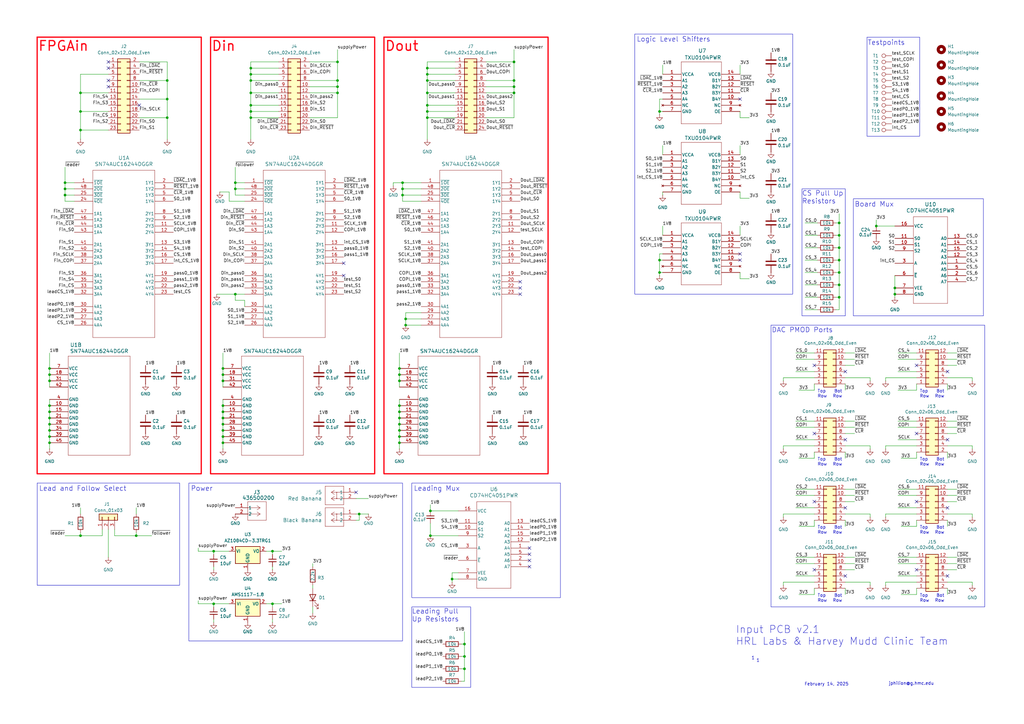
<source format=kicad_sch>
(kicad_sch (version 20231120) (generator "eeschema") (generator_version "8.0")
  (paper "A3")
  (junction (at 270.51 45.72))
  (junction (at 111.76 247.65))
  (junction (at 96.52 74.93))
  (junction (at 163.83 176.53))
  (junction (at 33.02 219.71))
  (junction (at 91.44 179.07))
  (junction (at 344.17 106.68))
  (junction (at 210.82 33.02))
  (junction (at 175.26 27.94))
  (junction (at 68.58 33.02))
  (junction (at 367.03 118.11))
  (junction (at 91.44 153.67))
  (junction (at 33.02 45.72))
  (junction (at 359.41 92.71))
  (junction (at 91.44 156.21))
  (junction (at 344.17 91.44))
  (junction (at 96.52 120.65))
  (junction (at 26.67 77.47))
  (junction (at 68.58 40.64))
  (junction (at 20.32 179.07))
  (junction (at 165.1 80.01))
  (junction (at 163.83 153.67))
  (junction (at 163.83 168.91))
  (junction (at 20.32 151.13))
  (junction (at 163.83 179.07))
  (junction (at 210.82 38.1))
  (junction (at 367.03 120.65))
  (junction (at 26.67 74.93))
  (junction (at 190.5 274.32))
  (junction (at 20.32 176.53))
  (junction (at 175.26 43.18))
  (junction (at 270.51 111.76))
  (junction (at 102.87 38.1))
  (junction (at 33.02 38.1))
  (junction (at 91.44 173.99))
  (junction (at 20.32 173.99))
  (junction (at 166.37 133.35))
  (junction (at 344.17 101.6))
  (junction (at 163.83 151.13))
  (junction (at 190.5 264.16))
  (junction (at 91.44 171.45))
  (junction (at 344.17 96.52))
  (junction (at 91.44 176.53))
  (junction (at 175.26 30.48))
  (junction (at 20.32 168.91))
  (junction (at 102.87 27.94))
  (junction (at 91.44 168.91))
  (junction (at 138.43 25.4))
  (junction (at 102.87 45.72))
  (junction (at 26.67 80.01))
  (junction (at 163.83 181.61))
  (junction (at 111.76 226.06))
  (junction (at 147.32 210.82))
  (junction (at 68.58 48.26))
  (junction (at 87.63 247.65))
  (junction (at 102.87 33.02))
  (junction (at 344.17 116.84))
  (junction (at 20.32 171.45))
  (junction (at 163.83 171.45))
  (junction (at 190.5 269.24))
  (junction (at 96.52 77.47))
  (junction (at 20.32 156.21))
  (junction (at 102.87 30.48))
  (junction (at 102.87 48.26))
  (junction (at 102.87 43.18))
  (junction (at 163.83 166.37))
  (junction (at 91.44 181.61))
  (junction (at 87.63 226.06))
  (junction (at 176.53 219.71))
  (junction (at 91.44 151.13))
  (junction (at 91.44 166.37))
  (junction (at 175.26 48.26))
  (junction (at 344.17 121.92))
  (junction (at 138.43 38.1))
  (junction (at 55.88 219.71))
  (junction (at 166.37 130.81))
  (junction (at 163.83 173.99))
  (junction (at 210.82 35.56))
  (junction (at 165.1 77.47))
  (junction (at 20.32 181.61))
  (junction (at 138.43 33.02))
  (junction (at 270.51 106.68))
  (junction (at 163.83 156.21))
  (junction (at 175.26 45.72))
  (junction (at 176.53 209.55))
  (junction (at 175.26 38.1))
  (junction (at 175.26 33.02))
  (junction (at 344.17 111.76))
  (junction (at 33.02 53.34))
  (junction (at 20.32 166.37))
  (junction (at 185.42 237.49))
  (junction (at 210.82 25.4))
  (junction (at 20.32 153.67))
  (junction (at 165.1 74.93))
  (junction (at 138.43 35.56))
  (no_connect (at 334.01 233.68))
  (no_connect (at 217.17 227.33))
  (no_connect (at 146.05 201.93))
  (no_connect (at 140.97 107.95))
  (no_connect (at 388.62 152.4))
  (no_connect (at 375.92 177.8))
  (no_connect (at 346.71 236.22))
  (no_connect (at 217.17 229.87))
  (no_connect (at 217.17 224.79))
  (no_connect (at 388.62 180.34))
  (no_connect (at 375.92 205.74))
  (no_connect (at 57.15 43.18))
  (no_connect (at 334.01 205.74))
  (no_connect (at 375.92 233.68))
  (no_connect (at 303.53 106.68))
  (no_connect (at 388.62 208.28))
  (no_connect (at 44.45 33.02))
  (no_connect (at 213.36 118.11))
  (no_connect (at 334.01 149.86))
  (no_connect (at 44.45 27.94))
  (no_connect (at 44.45 25.4))
  (no_connect (at 388.62 236.22))
  (no_connect (at 44.45 35.56))
  (no_connect (at 346.71 208.28))
  (no_connect (at 213.36 120.65))
  (no_connect (at 213.36 115.57))
  (no_connect (at 303.53 40.64))
  (no_connect (at 217.17 232.41))
  (no_connect (at 334.01 177.8))
  (no_connect (at 375.92 149.86))
  (no_connect (at 303.53 104.14))
  (no_connect (at 346.71 152.4))
  (no_connect (at 140.97 113.03))
  (no_connect (at 346.71 180.34))
  (wire (pts (xy 87.63 226.06) (xy 87.63 227.33)))
  (wire (pts (xy 68.58 25.4) (xy 68.58 33.02)))
  (wire (pts (xy 368.3 144.78) (xy 375.92 144.78)))
  (wire (pts (xy 114.3 25.4) (xy 102.87 25.4)))
  (wire (pts (xy 346.71 228.6) (xy 350.52 228.6)))
  (wire (pts (xy 334.01 238.76) (xy 321.31 238.76)))
  (wire (pts (xy 96.52 120.65) (xy 100.33 120.65)))
  (wire (pts (xy 388.62 210.82) (xy 398.78 210.82)))
  (wire (pts (xy 20.32 176.53) (xy 20.32 179.07)))
  (wire (pts (xy 33.02 208.28) (xy 33.02 210.82)))
  (wire (pts (xy 303.53 26.67) (xy 303.53 30.48)))
  (wire (pts (xy 210.82 33.02) (xy 210.82 35.56)))
  (wire (pts (xy 356.87 210.82) (xy 356.87 212.09)))
  (wire (pts (xy 388.62 185.42) (xy 388.62 187.96)))
  (wire (pts (xy 368.3 160.02) (xy 375.92 160.02)))
  (wire (pts (xy 190.5 279.4) (xy 190.5 274.32)))
  (wire (pts (xy 346.71 147.32) (xy 350.52 147.32)))
  (wire (pts (xy 102.87 30.48) (xy 114.3 30.48)))
  (wire (pts (xy 26.67 80.01) (xy 26.67 82.55)))
  (wire (pts (xy 346.71 149.86) (xy 350.52 149.86)))
  (wire (pts (xy 363.22 154.94) (xy 375.92 154.94)))
  (wire (pts (xy 102.87 33.02) (xy 114.3 33.02)))
  (wire (pts (xy 334.01 185.42) (xy 334.01 187.96)))
  (wire (pts (xy 138.43 25.4) (xy 138.43 20.32)))
  (wire (pts (xy 346.71 144.78) (xy 350.52 144.78)))
  (wire (pts (xy 344.17 101.6) (xy 344.17 96.52)))
  (wire (pts (xy 127 33.02) (xy 138.43 33.02)))
  (wire (pts (xy 270.51 113.03) (xy 270.51 111.76)))
  (wire (pts (xy 388.62 228.6) (xy 392.43 228.6)))
  (wire (pts (xy 375.92 185.42) (xy 375.92 187.96)))
  (wire (pts (xy 375.92 215.9) (xy 369.57 215.9)))
  (wire (pts (xy 398.78 238.76) (xy 398.78 240.03)))
  (wire (pts (xy 93.98 82.55) (xy 93.98 78.74)))
  (wire (pts (xy 163.83 176.53) (xy 163.83 179.07)))
  (wire (pts (xy 346.71 177.8) (xy 350.52 177.8)))
  (wire (pts (xy 55.88 208.28) (xy 55.88 210.82)))
  (wire (pts (xy 330.2 111.76) (xy 335.28 111.76)))
  (wire (pts (xy 356.87 154.94) (xy 356.87 156.21)))
  (wire (pts (xy 398.78 182.88) (xy 398.78 184.15)))
  (wire (pts (xy 161.29 74.93) (xy 161.29 76.2)))
  (wire (pts (xy 346.71 213.36) (xy 346.71 215.9)))
  (wire (pts (xy 175.26 38.1) (xy 175.26 43.18)))
  (wire (pts (xy 175.26 30.48) (xy 186.69 30.48)))
  (wire (pts (xy 303.53 114.3) (xy 303.53 111.76)))
  (wire (pts (xy 172.72 82.55) (xy 165.1 82.55)))
  (wire (pts (xy 91.44 176.53) (xy 91.44 179.07)))
  (wire (pts (xy 368.3 175.26) (xy 375.92 175.26)))
  (wire (pts (xy 326.39 236.22) (xy 334.01 236.22)))
  (wire (pts (xy 321.31 154.94) (xy 321.31 156.21)))
  (wire (pts (xy 96.52 80.01) (xy 96.52 77.47)))
  (wire (pts (xy 33.02 30.48) (xy 44.45 30.48)))
  (wire (pts (xy 26.67 74.93) (xy 30.48 74.93)))
  (wire (pts (xy 175.26 33.02) (xy 175.26 38.1)))
  (wire (pts (xy 127 48.26) (xy 138.43 48.26)))
  (wire (pts (xy 102.87 38.1) (xy 114.3 38.1)))
  (wire (pts (xy 102.87 48.26) (xy 114.3 48.26)))
  (wire (pts (xy 303.53 59.69) (xy 303.53 63.5)))
  (wire (pts (xy 344.17 106.68) (xy 344.17 101.6)))
  (wire (pts (xy 303.53 92.71) (xy 303.53 96.52)))
  (wire (pts (xy 342.9 121.92) (xy 344.17 121.92)))
  (wire (pts (xy 326.39 172.72) (xy 334.01 172.72)))
  (wire (pts (xy 210.82 38.1) (xy 210.82 48.26)))
  (wire (pts (xy 326.39 144.78) (xy 334.01 144.78)))
  (wire (pts (xy 367.03 118.11) (xy 367.03 120.65)))
  (wire (pts (xy 175.26 45.72) (xy 175.26 48.26)))
  (wire (pts (xy 346.71 185.42) (xy 346.71 187.96)))
  (wire (pts (xy 102.87 43.18) (xy 114.3 43.18)))
  (wire (pts (xy 165.1 77.47) (xy 172.72 77.47)))
  (wire (pts (xy 91.44 151.13) (xy 91.44 153.67)))
  (wire (pts (xy 388.62 172.72) (xy 392.43 172.72)))
  (wire (pts (xy 111.76 232.41) (xy 111.76 233.68)))
  (wire (pts (xy 102.87 27.94) (xy 102.87 30.48)))
  (wire (pts (xy 326.39 200.66) (xy 334.01 200.66)))
  (wire (pts (xy 334.01 210.82) (xy 321.31 210.82)))
  (wire (pts (xy 91.44 144.78) (xy 91.44 151.13)))
  (wire (pts (xy 334.01 182.88) (xy 321.31 182.88)))
  (wire (pts (xy 46.99 219.71) (xy 55.88 219.71)))
  (wire (pts (xy 91.44 173.99) (xy 91.44 176.53)))
  (wire (pts (xy 363.22 238.76) (xy 363.22 240.03)))
  (wire (pts (xy 326.39 208.28) (xy 334.01 208.28)))
  (wire (pts (xy 91.44 171.45) (xy 91.44 173.99)))
  (wire (pts (xy 127 25.4) (xy 138.43 25.4)))
  (wire (pts (xy 303.53 48.26) (xy 303.53 45.72)))
  (wire (pts (xy 175.26 27.94) (xy 175.26 30.48)))
  (wire (pts (xy 307.34 81.28) (xy 303.53 81.28)))
  (wire (pts (xy 363.22 182.88) (xy 363.22 184.15)))
  (wire (pts (xy 398.78 154.94) (xy 398.78 156.21)))
  (wire (pts (xy 127 38.1) (xy 138.43 38.1)))
  (wire (pts (xy 87.63 232.41) (xy 87.63 233.68)))
  (wire (pts (xy 163.83 153.67) (xy 163.83 156.21)))
  (wire (pts (xy 175.26 45.72) (xy 186.69 45.72)))
  (wire (pts (xy 102.87 48.26) (xy 102.87 57.15)))
  (wire (pts (xy 33.02 30.48) (xy 33.02 38.1)))
  (wire (pts (xy 175.26 38.1) (xy 186.69 38.1)))
  (wire (pts (xy 326.39 203.2) (xy 334.01 203.2)))
  (wire (pts (xy 87.63 247.65) (xy 87.63 248.92)))
  (wire (pts (xy 20.32 181.61) (xy 20.32 184.15)))
  (wire (pts (xy 20.32 168.91) (xy 20.32 171.45)))
  (wire (pts (xy 93.98 78.74) (xy 90.17 78.74)))
  (wire (pts (xy 330.2 116.84) (xy 335.28 116.84)))
  (wire (pts (xy 166.37 133.35) (xy 172.72 133.35)))
  (wire (pts (xy 189.23 274.32) (xy 190.5 274.32)))
  (wire (pts (xy 388.62 233.68) (xy 392.43 233.68)))
  (wire (pts (xy 363.22 210.82) (xy 363.22 212.09)))
  (wire (pts (xy 20.32 153.67) (xy 20.32 156.21)))
  (wire (pts (xy 109.22 247.65) (xy 111.76 247.65)))
  (wire (pts (xy 326.39 152.4) (xy 334.01 152.4)))
  (wire (pts (xy 20.32 171.45) (xy 20.32 173.99)))
  (wire (pts (xy 344.17 116.84) (xy 344.17 111.76)))
  (wire (pts (xy 199.39 48.26) (xy 210.82 48.26)))
  (wire (pts (xy 163.83 151.13) (xy 163.83 153.67)))
  (wire (pts (xy 346.71 157.48) (xy 346.71 160.02)))
  (wire (pts (xy 346.71 205.74) (xy 350.52 205.74)))
  (wire (pts (xy 87.63 247.65) (xy 93.98 247.65)))
  (wire (pts (xy 388.62 203.2) (xy 392.43 203.2)))
  (wire (pts (xy 367.03 120.65) (xy 367.03 121.92)))
  (wire (pts (xy 147.32 213.36) (xy 147.32 210.82)))
  (wire (pts (xy 334.01 154.94) (xy 321.31 154.94)))
  (wire (pts (xy 20.32 173.99) (xy 20.32 176.53)))
  (wire (pts (xy 87.63 226.06) (xy 93.98 226.06)))
  (wire (pts (xy 163.83 179.07) (xy 163.83 181.61)))
  (wire (pts (xy 30.48 80.01) (xy 26.67 80.01)))
  (wire (pts (xy 20.32 151.13) (xy 20.32 153.67)))
  (wire (pts (xy 368.3 147.32) (xy 375.92 147.32)))
  (wire (pts (xy 111.76 247.65) (xy 111.76 248.92)))
  (wire (pts (xy 334.01 243.84) (xy 327.66 243.84)))
  (wire (pts (xy 346.71 154.94) (xy 356.87 154.94)))
  (wire (pts (xy 185.42 234.95) (xy 185.42 237.49)))
  (wire (pts (xy 175.26 48.26) (xy 175.26 57.15)))
  (wire (pts (xy 30.48 77.47) (xy 26.67 77.47)))
  (wire (pts (xy 344.17 96.52) (xy 344.17 91.44)))
  (wire (pts (xy 147.32 210.82) (xy 146.05 210.82)))
  (wire (pts (xy 190.5 274.32) (xy 190.5 269.24)))
  (wire (pts (xy 68.58 48.26) (xy 68.58 57.15)))
  (wire (pts (xy 271.78 92.71) (xy 271.78 96.52)))
  (wire (pts (xy 100.33 80.01) (xy 96.52 80.01)))
  (wire (pts (xy 375.92 241.3) (xy 375.92 243.84)))
  (wire (pts (xy 330.2 91.44) (xy 335.28 91.44)))
  (wire (pts (xy 96.52 74.93) (xy 100.33 74.93)))
  (wire (pts (xy 163.83 181.61) (xy 163.83 184.15)))
  (wire (pts (xy 270.51 106.68) (xy 270.51 111.76)))
  (wire (pts (xy 33.02 45.72) (xy 44.45 45.72)))
  (wire (pts (xy 326.39 180.34) (xy 334.01 180.34)))
  (wire (pts (xy 342.9 127) (xy 344.17 127)))
  (wire (pts (xy 334.01 215.9) (xy 327.66 215.9)))
  (wire (pts (xy 326.39 228.6) (xy 334.01 228.6)))
  (wire (pts (xy 166.37 130.81) (xy 166.37 133.35)))
  (wire (pts (xy 334.01 213.36) (xy 334.01 215.9)))
  (wire (pts (xy 271.78 26.67) (xy 271.78 30.48)))
  (wire (pts (xy 270.51 40.64) (xy 270.51 45.72)))
  (wire (pts (xy 346.71 238.76) (xy 356.87 238.76)))
  (wire (pts (xy 128.27 231.14) (xy 128.27 232.41)))
  (wire (pts (xy 342.9 106.68) (xy 344.17 106.68)))
  (wire (pts (xy 138.43 38.1) (xy 138.43 48.26)))
  (wire (pts (xy 138.43 25.4) (xy 138.43 33.02)))
  (wire (pts (xy 326.39 175.26) (xy 334.01 175.26)))
  (wire (pts (xy 185.42 238.76) (xy 185.42 237.49)))
  (wire (pts (xy 375.92 182.88) (xy 363.22 182.88)))
  (wire (pts (xy 20.32 156.21) (xy 20.32 158.75)))
  (wire (pts (xy 330.2 101.6) (xy 335.28 101.6)))
  (wire (pts (xy 190.5 264.16) (xy 190.5 269.24)))
  (wire (pts (xy 127 35.56) (xy 138.43 35.56)))
  (wire (pts (xy 102.87 27.94) (xy 114.3 27.94)))
  (wire (pts (xy 342.9 91.44) (xy 344.17 91.44)))
  (wire (pts (xy 346.71 210.82) (xy 356.87 210.82)))
  (wire (pts (xy 102.87 33.02) (xy 102.87 38.1)))
  (wire (pts (xy 270.51 111.76) (xy 271.78 111.76)))
  (wire (pts (xy 111.76 254) (xy 111.76 255.27)))
  (wire (pts (xy 81.28 224.79) (xy 81.28 226.06)))
  (wire (pts (xy 26.67 82.55) (xy 30.48 82.55)))
  (wire (pts (xy 270.51 106.68) (xy 271.78 106.68)))
  (wire (pts (xy 388.62 241.3) (xy 388.62 243.84)))
  (wire (pts (xy 363.22 154.94) (xy 363.22 156.21)))
  (wire (pts (xy 271.78 59.69) (xy 271.78 63.5)))
  (wire (pts (xy 367.03 113.03) (xy 367.03 118.11)))
  (wire (pts (xy 33.02 218.44) (xy 33.02 219.71)))
  (wire (pts (xy 96.52 77.47) (xy 96.52 74.93)))
  (wire (pts (xy 321.31 238.76) (xy 321.31 240.03)))
  (wire (pts (xy 210.82 35.56) (xy 210.82 38.1)))
  (wire (pts (xy 344.17 121.92) (xy 344.17 116.84)))
  (wire (pts (xy 388.62 177.8) (xy 392.43 177.8)))
  (wire (pts (xy 388.62 231.14) (xy 392.43 231.14)))
  (wire (pts (xy 163.83 156.21) (xy 163.83 158.75)))
  (wire (pts (xy 334.01 241.3) (xy 334.01 243.84)))
  (wire (pts (xy 55.88 218.44) (xy 55.88 219.71)))
  (wire (pts (xy 87.63 254) (xy 87.63 255.27)))
  (wire (pts (xy 185.42 234.95) (xy 187.96 234.95)))
  (wire (pts (xy 271.78 80.01) (xy 271.78 78.74)))
  (wire (pts (xy 166.37 128.27) (xy 166.37 130.81)))
  (wire (pts (xy 398.78 210.82) (xy 398.78 212.09)))
  (wire (pts (xy 346.71 231.14) (xy 350.52 231.14)))
  (wire (pts (xy 57.15 25.4) (xy 68.58 25.4)))
  (wire (pts (xy 326.39 231.14) (xy 334.01 231.14)))
  (wire (pts (xy 111.76 247.65) (xy 115.57 247.65)))
  (wire (pts (xy 57.15 40.64) (xy 68.58 40.64)))
  (wire (pts (xy 146.05 204.47) (xy 151.13 204.47)))
  (wire (pts (xy 388.62 205.74) (xy 392.43 205.74)))
  (wire (pts (xy 172.72 80.01) (xy 165.1 80.01)))
  (wire (pts (xy 346.71 182.88) (xy 356.87 182.88)))
  (wire (pts (xy 346.71 175.26) (xy 350.52 175.26)))
  (wire (pts (xy 68.58 40.64) (xy 68.58 48.26)))
  (wire (pts (xy 33.02 38.1) (xy 44.45 38.1)))
  (wire (pts (xy 388.62 149.86) (xy 392.43 149.86)))
  (wire (pts (xy 344.17 87.63) (xy 344.17 91.44)))
  (wire (pts (xy 190.5 259.08) (xy 190.5 264.16)))
  (wire (pts (xy 175.26 30.48) (xy 175.26 33.02)))
  (wire (pts (xy 161.29 74.93) (xy 165.1 74.93)))
  (wire (pts (xy 91.44 166.37) (xy 91.44 168.91)))
  (wire (pts (xy 163.83 173.99) (xy 163.83 176.53)))
  (wire (pts (xy 368.3 172.72) (xy 375.92 172.72)))
  (wire (pts (xy 334.01 157.48) (xy 334.01 160.02)))
  (wire (pts (xy 172.72 74.93) (xy 165.1 74.93)))
  (wire (pts (xy 185.42 237.49) (xy 187.96 237.49)))
  (wire (pts (xy 210.82 25.4) (xy 210.82 20.32)))
  (wire (pts (xy 151.13 210.82) (xy 147.32 210.82)))
  (wire (pts (xy 342.9 116.84) (xy 344.17 116.84)))
  (wire (pts (xy 20.32 166.37) (xy 20.32 168.91)))
  (wire (pts (xy 388.62 238.76) (xy 398.78 238.76)))
  (wire (pts (xy 96.52 120.65) (xy 96.52 123.19)))
  (wire (pts (xy 375.92 213.36) (xy 375.92 215.9)))
  (wire (pts (xy 55.88 219.71) (xy 62.23 219.71)))
  (wire (pts (xy 321.31 210.82) (xy 321.31 212.09)))
  (wire (pts (xy 199.39 35.56) (xy 210.82 35.56)))
  (wire (pts (xy 199.39 38.1) (xy 210.82 38.1)))
  (wire (pts (xy 91.44 156.21) (xy 91.44 158.75)))
  (wire (pts (xy 26.67 68.58) (xy 26.67 74.93)))
  (wire (pts (xy 128.27 240.03) (xy 128.27 241.3)))
  (wire (pts (xy 189.23 269.24) (xy 190.5 269.24)))
  (wire (pts (xy 163.83 171.45) (xy 163.83 173.99)))
  (wire (pts (xy 46.99 217.17) (xy 46.99 219.71)))
  (wire (pts (xy 100.33 125.73) (xy 100.33 123.19)))
  (wire (pts (xy 388.62 175.26) (xy 392.43 175.26)))
  (wire (pts (xy 166.37 130.81) (xy 172.72 130.81)))
  (wire (pts (xy 307.34 114.3) (xy 303.53 114.3)))
  (wire (pts (xy 388.62 147.32) (xy 392.43 147.32)))
  (wire (pts (xy 175.26 48.26) (xy 186.69 48.26)))
  (wire (pts (xy 346.71 200.66) (xy 350.52 200.66)))
  (wire (pts (xy 20.32 179.07) (xy 20.32 181.61)))
  (wire (pts (xy 321.31 182.88) (xy 321.31 184.15)))
  (wire (pts (xy 163.83 166.37) (xy 163.83 168.91)))
  (wire (pts (xy 138.43 33.02) (xy 138.43 35.56)))
  (wire (pts (xy 44.45 217.17) (xy 44.45 228.6)))
  (wire (pts (xy 368.3 236.22) (xy 375.92 236.22)))
  (wire (pts (xy 388.62 157.48) (xy 388.62 160.02)))
  (wire (pts (xy 100.33 123.19) (xy 96.52 123.19)))
  (wire (pts (xy 307.34 48.26) (xy 303.53 48.26)))
  (wire (pts (xy 172.72 128.27) (xy 166.37 128.27)))
  (wire (pts (xy 33.02 38.1) (xy 33.02 45.72)))
  (wire (pts (xy 88.9 120.65) (xy 96.52 120.65)))
  (wire (pts (xy 102.87 38.1) (xy 102.87 43.18)))
  (wire (pts (xy 368.3 203.2) (xy 375.92 203.2)))
  (wire (pts (xy 342.9 101.6) (xy 344.17 101.6)))
  (wire (pts (xy 356.87 182.88) (xy 356.87 184.15)))
  (wire (pts (xy 330.2 121.92) (xy 335.28 121.92)))
  (wire (pts (xy 346.71 233.68) (xy 350.52 233.68)))
  (wire (pts (xy 334.01 187.96) (xy 327.66 187.96)))
  (wire (pts (xy 91.44 168.91) (xy 91.44 171.45)))
  (wire (pts (xy 175.26 43.18) (xy 175.26 45.72)))
  (wire (pts (xy 375.92 210.82) (xy 363.22 210.82)))
  (wire (pts (xy 26.67 77.47) (xy 26.67 74.93)))
  (wire (pts (xy 102.87 43.18) (xy 102.87 45.72)))
  (wire (pts (xy 175.26 33.02) (xy 186.69 33.02)))
  (wire (pts (xy 68.58 33.02) (xy 68.58 40.64)))
  (wire (pts (xy 342.9 96.52) (xy 344.17 96.52)))
  (wire (pts (xy 388.62 200.66) (xy 392.43 200.66)))
  (wire (pts (xy 330.2 106.68) (xy 335.28 106.68)))
  (wire (pts (xy 26.67 219.71) (xy 33.02 219.71)))
  (wire (pts (xy 165.1 82.55) (xy 165.1 80.01)))
  (wire (pts (xy 81.28 246.38) (xy 81.28 247.65)))
  (wire (pts (xy 33.02 53.34) (xy 44.45 53.34)))
  (wire (pts (xy 163.83 163.83) (xy 163.83 166.37)))
  (wire (pts (xy 270.51 45.72) (xy 271.78 45.72)))
  (wire (pts (xy 81.28 247.65) (xy 87.63 247.65)))
  (wire (pts (xy 330.2 96.52) (xy 335.28 96.52)))
  (wire (pts (xy 20.32 163.83) (xy 20.32 166.37)))
  (wire (pts (xy 359.41 90.17) (xy 359.41 92.71)))
  (wire (pts (xy 91.44 153.67) (xy 91.44 156.21)))
  (wire (pts (xy 68.58 33.02) (xy 57.15 33.02)))
  (wire (pts (xy 20.32 144.78) (xy 20.32 151.13)))
  (wire (pts (xy 57.15 48.26) (xy 68.58 48.26)))
  (wire (pts (xy 102.87 45.72) (xy 114.3 45.72)))
  (wire (pts (xy 334.01 160.02) (xy 327.66 160.02)))
  (wire (pts (xy 210.82 25.4) (xy 210.82 33.02)))
  (wire (pts (xy 109.22 226.06) (xy 111.76 226.06)))
  (wire (pts (xy 41.91 217.17) (xy 41.91 219.71)))
  (wire (pts (xy 271.78 40.64) (xy 270.51 40.64)))
  (wire (pts (xy 93.98 82.55) (xy 100.33 82.55)))
  (wire (pts (xy 91.44 163.83) (xy 91.44 166.37)))
  (wire (pts (xy 388.62 213.36) (xy 388.62 215.9)))
  (wire (pts (xy 102.87 30.48) (xy 102.87 33.02)))
  (wire (pts (xy 100.33 77.47) (xy 96.52 77.47)))
  (wire (pts (xy 176.53 207.01) (xy 176.53 209.55)))
  (wire (pts (xy 368.3 180.34) (xy 375.92 180.34)))
  (wire (pts (xy 270.51 46.99) (xy 270.51 45.72)))
  (wire (pts (xy 91.44 179.07) (xy 91.44 181.61)))
  (wire (pts (xy 81.28 226.06) (xy 87.63 226.06)))
  (wire (pts (xy 375.92 243.84) (xy 369.57 243.84)))
  (wire (pts (xy 186.69 25.4) (xy 175.26 25.4)))
  (wire (pts (xy 330.2 127) (xy 335.28 127)))
  (wire (pts (xy 199.39 33.02) (xy 210.82 33.02)))
  (wire (pts (xy 368.3 152.4) (xy 375.92 152.4)))
  (wire (pts (xy 176.53 219.71) (xy 187.96 219.71)))
  (wire (pts (xy 326.39 147.32) (xy 334.01 147.32)))
  (wire (pts (xy 346.71 172.72) (xy 350.52 172.72)))
  (wire (pts (xy 344.17 111.76) (xy 344.17 106.68)))
  (wire (pts (xy 175.26 25.4) (xy 175.26 27.94)))
  (wire (pts (xy 346.71 241.3) (xy 346.71 243.84)))
  (wire (pts (xy 176.53 209.55) (xy 187.96 209.55)))
  (wire (pts (xy 91.44 181.61) (xy 91.44 184.15)))
  (wire (pts (xy 368.3 228.6) (xy 375.92 228.6)))
  (wire (pts (xy 26.67 80.01) (xy 26.67 77.47)))
  (wire (pts (xy 344.17 127) (xy 344.17 121.92)))
  (wire (pts (xy 33.02 219.71) (xy 41.91 219.71)))
  (wire (pts (xy 163.83 168.91) (xy 163.83 171.45)))
  (wire (pts (xy 368.3 208.28) (xy 375.92 208.28)))
  (wire (pts (xy 176.53 219.71) (xy 176.53 214.63)))
  (wire (pts (xy 165.1 77.47) (xy 165.1 80.01)))
  (wire (pts (xy 375.92 187.96) (xy 369.57 187.96)))
  (wire (pts (xy 189.23 279.4) (xy 190.5 279.4)))
  (wire (pts (xy 375.92 238.76) (xy 363.22 238.76)))
  (wire (pts (xy 111.76 226.06) (xy 111.76 227.33)))
  (wire (pts (xy 359.41 92.71) (xy 367.03 92.71)))
  (wire (pts (xy 346.71 203.2) (xy 350.52 203.2)))
  (wire (pts (xy 199.39 25.4) (xy 210.82 25.4)))
  (wire (pts (xy 33.02 53.34) (xy 33.02 57.15)))
  (wire (pts (xy 175.26 27.94) (xy 186.69 27.94)))
  (wire (pts (xy 102.87 45.72) (xy 102.87 48.26)))
  (wire (pts (xy 175.26 43.18) (xy 186.69 43.18)))
  (wire (pts (xy 368.3 200.66) (xy 375.92 200.66)))
  (wire (pts (xy 102.87 25.4) (xy 102.87 27.94)))
  (wire (pts (xy 128.27 248.92) (xy 128.27 251.46)))
  (wire (pts (xy 33.02 45.72) (xy 33.02 53.34)))
  (wire (pts (xy 111.76 226.06) (xy 115.57 226.06)))
  (wire (pts (xy 342.9 111.76) (xy 344.17 111.76)))
  (wire (pts (xy 388.62 182.88) (xy 398.78 182.88)))
  (wire (pts (xy 368.3 231.14) (xy 375.92 231.14)))
  (wire (pts (xy 189.23 264.16) (xy 190.5 264.16)))
  (wire (pts (xy 270.51 104.14) (xy 270.51 106.68)))
  (wire (pts (xy 138.43 35.56) (xy 138.43 38.1)))
  (wire (pts (xy 356.87 238.76) (xy 356.87 240.03)))
  (wire (pts (xy 146.05 213.36) (xy 147.32 213.36)))
  (wire (pts (xy 271.78 104.14) (xy 270.51 104.14)))
  (wire (pts (xy 165.1 74.93) (xy 165.1 77.47)))
  (wire (pts (xy 96.52 68.58) (xy 96.52 74.93)))
  (wire (pts (xy 163.83 144.78) (xy 163.83 151.13)))
  (wire (pts (xy 375.92 160.02) (xy 375.92 157.48)))
  (wire (pts (xy 388.62 144.78) (xy 392.43 144.78)))
  (wire (pts (xy 303.53 81.28) (xy 303.53 78.74)))
  (wire (pts (xy 388.62 154.94) (xy 398.78 154.94)))
  (rectangle (start 168.91 198.12) (end 229.87 245.11))
  (rectangle (start 168.91 248.92) (end 193.04 281.94))
  (rectangle (start 260.35 13.97) (end 325.12 120.65))
  (rectangle (start 15.24 15.24) (end 82.55 194.31) (stroke (width 0.5) (color 255 0 15 1)))
  (rectangle (start 328.93 77.47) (end 346.71 129.54))
  (rectangle (start 316.23 133.35) (end 403.86 248.92))
  (rectangle (start 77.47 198.12) (end 165.1 262.89))
  (rectangle (start 157.48 15.24) (end 224.79 194.31) (stroke (width 0.5) (color 255 0 15 1)))
  (rectangle (start 350.012 81.534) (end 403.352 129.54))
  (rectangle (start 355.6 15.24) (end 377.19 55.88))
  (rectangle (start 86.36 15.24) (end 153.67 194.31) (stroke (width 0.5) (color 255 0 15 1)))
  (rectangle (start 15.24 198.12) (end 73.66 240.03))
  (text "Bot\nRow" (at 345.44 163.322 0) (effects (font (size 1.27 1.27)) (justify right bottom)))
  (text "Bot\nRow" (at 387.35 247.142 0) (effects (font (size 1.27 1.27)) (justify right bottom)))
  (text "Leading Pull\nUp Resistors" (at 168.91 255.27 0) (effects (font (size 2 2)) (justify left bottom)))
  (text "DAC PMOD Ports" (at 316.484 136.652 0) (effects (font (size 2 2)) (justify left bottom)))
  (text "Bot\nRow" (at 387.35 219.202 0) (effects (font (size 1.27 1.27)) (justify right bottom)))
  (text "Top\nRow" (at 377.19 247.142 0) (effects (font (size 1.27 1.27)) (justify left bottom)))
  (text "Testpoints" (at 355.854 18.796 0) (effects (font (size 2 2)) (justify left bottom)))
  (text "Bot\nRow" (at 387.35 191.262 0) (effects (font (size 1.27 1.27)) (justify right bottom)))
  (text "Top\nRow" (at 377.19 191.262 0) (effects (font (size 1.27 1.27)) (justify left bottom)))
  (text "Board Mux" (at 350.52 85.09 0) (effects (font (size 2 2)) (justify left bottom)))
  (text "Leading Mux" (at 169.672 201.676 0) (effects (font (size 2 2)) (justify left bottom)))
  (text "Top\nRow" (at 335.28 247.142 0) (effects (font (size 1.27 1.27)) (justify left bottom)))
  (text "February 14, 2025" (at 329.946 281.432 0) (effects (font (size 1.27 1.27)) (justify left bottom)))
  (text "1" (at 310.896 271.018 0) (effects (font (size 1.27 1.27))))
  (text "Top\nRow" (at 335.28 163.322 0) (effects (font (size 1.27 1.27)) (justify left bottom)))
  (text "Bot\nRow" (at 345.44 219.202 0) (effects (font (size 1.27 1.27)) (justify right bottom)))
  (text "Din" (at 86.614 19.05 0) (effects (font (size 4 4) (thickness 0.5)) (justify left)))
  (text "1" (at 308.864 270.002 0) (effects (font (size 1.27 1.27))))
  (text "Dout" (at 157.734 19.05 0) (effects (font (size 4 4) (thickness 0.5)) (justify left)))
  (text "Top\nRow" (at 377.19 163.322 0) (effects (font (size 1.27 1.27)) (justify left bottom)))
  (text "Top\nRow" (at 335.28 191.262 0) (effects (font (size 1.27 1.27)) (justify left bottom)))
  (text "Input PCB v2.1\nHRL Labs & Harvey Mudd Clinic Team" (at 301.752 264.922 0) (effects (font (size 3 3)) (justify left bottom)))
  (text "jphilion@g.hmc.edu" (at 364.49 281.178 0) (effects (font (size 1.27 1.27)) (justify left bottom)))
  (text "FPGAin" (at 15.494 19.05 0) (effects (font (size 4 4) (thickness 0.5)) (justify left)))
  (text "Bot\nRow" (at 345.44 247.142 0) (effects (font (size 1.27 1.27)) (justify right bottom)))
  (text "Top\nRow" (at 335.28 219.202 0) (effects (font (size 1.27 1.27)) (justify left bottom)))
  (text "Bot\nRow" (at 387.35 163.322 0) (effects (font (size 1.27 1.27)) (justify right bottom)))
  (text "CS Pull Up\nResistors" (at 328.93 83.82 0) (effects (font (size 2 2)) (justify left bottom)))
  (text "Lead and Follow Select" (at 16.002 201.676 0) (effects (font (size 2 2)) (justify left bottom)))
  (text "Logic Level Shifters" (at 261.112 16.256 0) (effects (font (size 2 2)) (justify left)))
  (text "Top\nRow" (at 377.19 219.202 0) (effects (font (size 1.27 1.27)) (justify left bottom)))
  (text "Power" (at 78.232 201.676 0) (effects (font (size 2 2)) (justify left bottom)))
  (text "Bot\nRow" (at 345.44 191.262 0) (effects (font (size 1.27 1.27)) (justify right bottom)))
  (label "~{RESET}" (at 392.43 175.26 0))
  (label "pass1_1V8" (at 140.97 105.41 0))
  (label "Dout_~{CLR}" (at 213.36 80.01 0))
  (label "test_S1" (at 365.76 30.48 0))
  (label "leadP0_1V8" (at 365.76 45.72 0))
  (label "Dout_pass0" (at 213.36 105.41 0))
  (label "Din_S1" (at 127 45.72 0))
  (label "CS_3" (at 396.24 105.41 0))
  (label "3V3" (at 346.71 215.9 0))
  (label "3V3" (at 388.62 215.9 0))
  (label "SCLK_1V8" (at 71.12 92.71 0))
  (label "Fin_S3" (at 44.45 43.18 180))
  (label "~{CLR}" (at 392.43 177.8 0))
  (label "Din_S1" (at 100.33 100.33 180))
  (label "Din_COPI" (at 127 30.48 0))
  (label "Dout_S2" (at 213.36 90.17 0))
  (label "1V8" (at 130.81 170.18 0))
  (label "Fin_~{CLR}" (at 57.15 35.56 0))
  (label "Din_~{LDAC}" (at 100.33 87.63 180))
  (label "test_COPI" (at 365.76 25.4 0))
  (label "CS_4" (at 368.3 144.78 0))
  (label "~{LDAC}_1V8" (at 140.97 74.93 0))
  (label "~{RESET}_1V8" (at 71.12 77.47 0))
  (label "test_S0" (at 140.97 115.57 0))
  (label "~{LDAC}" (at 392.43 200.66 0))
  (label "SCLK_1V8" (at 271.78 99.06 180))
  (label "Din_S0" (at 127 50.8 0))
  (label "test_S2" (at 140.97 120.65 0))
  (label "CS_1" (at 330.2 96.52 0))
  (label "test_CS" (at 365.76 40.64 0))
  (label "CS_7" (at 396.24 115.57 0))
  (label "1V8" (at 316.23 54.61 0))
  (label "~{CLR}" (at 392.43 205.74 0))
  (label "test_S2" (at 365.76 33.02 0))
  (label "leadP0_1V8" (at 181.61 269.24 180))
  (label "1V8" (at 201.93 170.18 0))
  (label "SCLK" (at 326.39 236.22 0))
  (label "Dout_S1" (at 199.39 45.72 0))
  (label "COPI" (at 368.3 231.14 0))
  (label "S1_1V8" (at 71.12 87.63 0))
  (label "COPI" (at 303.53 101.6 0))
  (label "1V8" (at 59.69 149.86 0))
  (label "~{follower}" (at 62.23 219.71 0))
  (label "Fin_S4" (at 44.45 40.64 180))
  (label "CS_2" (at 330.2 101.6 0))
  (label "Din_pass0" (at 100.33 113.03 180))
  (label "1V8" (at 316.23 21.59 0))
  (label "Din_~{CLR}" (at 100.33 92.71 180))
  (label "3V3" (at 369.57 187.96 0))
  (label "Dout_SCLK" (at 213.36 92.71 0))
  (label "int_CS" (at 367.03 107.95 180))
  (label "Din_S2" (at 127 43.18 0))
  (label "CS_7" (at 368.3 228.6 0))
  (label "CS_0" (at 330.2 91.44 0))
  (label "3V3" (at 307.34 114.3 0))
  (label "Dout_~{RESET}" (at 213.36 77.47 0))
  (label "CS_0" (at 396.24 97.79 0))
  (label "Din_pass1" (at 100.33 115.57 180))
  (label "1V8" (at 143.51 149.86 0))
  (label "supplyPower" (at 81.28 246.38 0))
  (label "Dout_pass1" (at 186.69 40.64 180))
  (label "1V8" (at 115.57 247.65 0))
  (label "COPI" (at 368.3 147.32 0))
  (label "1V8" (at 271.78 59.69 0))
  (label "COPI" (at 326.39 147.32 0))
  (label "S4_1V8" (at 71.12 102.87 0))
  (label "S1_1V8" (at 271.78 68.58 180))
  (label "~{LDAC}" (at 392.43 144.78 0))
  (label "S2_1V8" (at 172.72 102.87 180))
  (label "CS_1V8" (at 30.48 133.35 180))
  (label "~{RESET}" (at 392.43 147.32 0))
  (label "S2" (at 367.03 102.87 180))
  (label "Fin_~{RESET}" (at 30.48 90.17 180))
  (label "1V8" (at 214.63 149.86 0))
  (label "leadCS_1V8" (at 181.61 264.16 180))
  (label "leadCS_1V8" (at 30.48 120.65 180))
  (label "~{RESET}" (at 350.52 175.26 0))
  (label "Din_~{RESET}" (at 100.33 90.17 180))
  (label "CS_1V8" (at 187.96 224.79 180))
  (label "S0_1V8" (at 71.12 82.55 0))
  (label "Dout_pass2" (at 199.39 40.64 0))
  (label "~{LDAC}" (at 350.52 200.66 0))
  (label "Dout_SCLK" (at 199.39 27.94 0))
  (label "Fin_COPI" (at 57.15 38.1 0))
  (label "3V3" (at 368.3 160.02 0))
  (label "3V3" (at 346.71 187.96 0))
  (label "SCLK" (at 326.39 152.4 0))
  (label "~{CLR}_1V8" (at 71.12 80.01 0))
  (label "pass0_1V8" (at 71.12 113.03 0))
  (label "1V8" (at 214.63 170.18 0))
  (label "S0" (at 303.53 66.04 0))
  (label "Fin_S4" (at 30.48 115.57 180))
  (label "leadP2_1V8" (at 30.48 130.81 180))
  (label "int_CS" (at 303.53 73.66 0))
  (label "~{leader}" (at 26.67 219.71 180))
  (label "CS_1" (at 326.39 172.72 0))
  (label "3V3" (at 388.62 243.84 0))
  (label "~{RESET}" (at 350.52 203.2 0))
  (label "CS_7" (at 330.2 127 0))
  (label "Fin_CS" (at 44.45 48.26 180))
  (label "pass0_1V8" (at 140.97 102.87 0))
  (label "supplyPower" (at 210.82 20.32 0))
  (label "int_CS_1V8" (at 271.78 73.66 180))
  (label "1V8" (at 55.88 208.28 0))
  (label "3V3" (at 327.66 160.02 0))
  (label "CS_3" (at 326.39 228.6 0))
  (label "~{LDAC}" (at 303.53 33.02 0))
  (label "~{CLR}" (at 392.43 233.68 0))
  (label "COPI_1V8" (at 271.78 101.6 180))
  (label "Dout_pass1" (at 213.36 107.95 0))
  (label "~{CLR}" (at 350.52 205.74 0))
  (label "~{LDAC}" (at 350.52 144.78 0))
  (label "S0_1V8" (at 100.33 128.27 180))
  (label "~{CLR}_1V8" (at 271.78 38.1 180))
  (label "S3_1V8" (at 365.76 35.56 0))
  (label "pass2_1V8" (at 71.12 118.11 0))
  (label "leadP1_1V8" (at 181.61 274.32 180))
  (label "Din_COPI" (at 100.33 107.95 180))
  (label "Dout_~{LDAC}" (at 213.36 74.93 0))
  (label "SCLK_1V8" (at 140.97 92.71 0))
  (label "Fin_COPI" (at 30.48 107.95 180))
  (label "3V3" (at 369.57 243.84 0))
  (label "Dout_pass0" (at 186.69 35.56 180))
  (label "int_CS" (at 365.76 53.34 0))
  (label "~{LDAC}_1V8" (at 71.12 74.93 0))
  (label "COPI_1V8" (at 140.97 95.25 0))
  (label "Fin_S1" (at 57.15 53.34 0))
  (label "S4_1V8" (at 365.76 38.1 0))
  (label "Dout_COPI" (at 213.36 100.33 0))
  (label "SCLK" (at 303.53 99.06 0))
  (label "Fin_~{CLR}" (at 30.48 92.71 180))
  (label "S1_1V8" (at 100.33 130.81 180))
  (label "Fin_S0" (at 30.48 95.25 180))
  (label "Fin_S2" (at 44.45 50.8 180))
  (label "Fin_S0" (at 57.15 50.8 0))
  (label "~{RESET}" (at 392.43 231.14 0))
  (label "Dout_S2" (at 199.39 43.18 0))
  (label "CS_1V8" (at 71.12 105.41 0))
  (label "test_COPI" (at 213.36 102.87 0))
  (label "CS_2" (at 396.24 102.87 0))
  (label "1V8" (at 271.78 92.71 0))
  (label "Din_pass1" (at 114.3 40.64 180))
  (label "leadP0_1V8" (at 30.48 125.73 180))
  (label "pass0_1V8" (at 172.72 118.11 180))
  (label "~{CLR}" (at 350.52 149.86 0))
  (label "Fin_S1" (at 30.48 100.33 180))
  (label "3V3" (at 359.41 90.17 0))
  (label "int_CS_1V8" (at 140.97 100.33 0))
  (label "test_SCLK" (at 365.76 22.86 0))
  (label "SCLK" (at 326.39 208.28 0))
  (label "CS_3" (at 330.2 106.68 0))
  (label "~{LDAC}" (at 350.52 228.6 0))
  (label "COPI_1V8" (at 71.12 95.25 0))
  (label "~{CLR}" (at 350.52 177.8 0))
  (label "1V8" (at 72.39 170.18 0))
  (label "pass2_1V8" (at 172.72 125.73 180))
  (label "leadP2_1V8" (at 181.61 279.4 180))
  (label "Din_pass0" (at 114.3 35.56 180))
  (label "test_S1" (at 140.97 118.11 0))
  (label "3V3" (at 115.57 226.06 0))
  (label "1V8" (at 91.44 144.78 0))
  (label "SCLK" (at 368.3 236.22 0))
  (label "SCLK" (at 368.3 152.4 0))
  (label "3V3" (at 128.27 231.14 0))
  (label "COPI_1V8" (at 172.72 115.57 180))
  (label "Din_pass2" (at 127 40.64 0))
  (label "3V3" (at 327.66 187.96 0))
  (label "COPI" (at 326.39 175.26 0))
  (label "pass1_1V8" (at 172.72 120.65 180))
  (label "test_CS" (at 71.12 120.65 0))
  (label "~{RESET}_1V8" (at 271.78 35.56 180))
  (label "Din_pass2" (at 100.33 118.11 180))
  (label "Din_SCLK" (at 127 27.94 0))
  (label "leadP1_1V8" (at 30.48 128.27 180))
  (label "Fin_S3" (at 30.48 113.03 180))
  (label "Din_~{RESET}" (at 127 53.34 0))
  (label "1V8" (at 33.02 208.28 180))
  (label "S2_1V8" (at 100.33 133.35 180))
  (label "S2_1V8" (at 140.97 90.17 0))
  (label "3V3" (at 369.57 215.9 0))
  (label "3V3" (at 303.53 59.69 0))
  (label "supplyPower" (at 138.43 20.32 0))
  (label "1V8" (at 20.32 144.78 0))
  (label "Fin_~{LDAC}" (at 30.48 87.63 180))
  (label "S2" (at 303.53 71.12 0))
  (label "Dout_~{LDAC}" (at 186.69 50.8 180))
  (label "leadCS_1V8" (at 365.76 43.18 0))
  (label "SCLK" (at 368.3 180.34 0))
  (label "CS_6" (at 330.2 121.92 0))
  (label "leadP2_1V8" (at 365.76 50.8 0))
  (label "Din_SCLK" (at 100.33 105.41 180))
  (label "Fin_CS" (at 30.48 118.11 180))
  (label "CS_1" (at 396.24 100.33 0))
  (label "1V8" (at 190.5 259.08 180))
  (label "Dout_pass2" (at 213.36 113.03 0))
  (label "~{LDAC}" (at 392.43 228.6 0))
  (label "CS_5" (at 396.24 110.49 0))
  (label "~{LDAC}" (at 350.52 172.72 0))
  (label "3V3" (at 316.23 71.12 0))
  (label "Dout_S0" (at 213.36 82.55 0))
  (label "~{RESET}_1V8" (at 140.97 77.47 0))
  (label "S1_1V8" (at 140.97 87.63 0))
  (label "Dout_COPI" (at 199.39 30.48 0))
  (label "S1_1V8" (at 172.72 100.33 180))
  (label "CS_4" (at 396.24 107.95 0))
  (label "1V8" (at 59.69 170.18 0))
  (label "Fin_SCLK" (at 57.15 45.72 0))
  (label "3V3" (at 327.66 215.9 0))
  (label "3V3" (at 388.62 187.96 0))
  (label "COPI" (at 368.3 203.2 0))
  (label "3V3" (at 303.53 92.71 0))
  (label "CS_6" (at 396.24 113.03 0))
  (label "Din_~{CLR}" (at 114.3 53.34 180))
  (label "COPI" (at 326.39 231.14 0))
  (label "leadP1_1V8" (at 217.17 219.71 0))
  (label "leadP2_1V8" (at 217.17 222.25 0))
  (label "S1" (at 303.53 68.58 0))
  (label "Fin_~{LDAC}" (at 57.15 27.94 0))
  (label "S3_1V8" (at 71.12 100.33 0))
  (label "3V3" (at 307.34 81.28 0))
  (label "CS_5" (at 368.3 172.72 0))
  (label "leadP0_1V8" (at 217.17 217.17 0))
  (label "~{leader}" (at 187.96 229.87 180))
  (label "pass1_1V8" (at 71.12 115.57 0))
  (label "~{CLR}" (at 303.53 38.1 0))
  (label "Din_S2" (at 100.33 102.87 180))
  (label "~{LDAC}_1V8" (at 172.72 87.63 180))
  (label "Fin_~{RESET}" (at 57.15 30.48 0))
  (label "Dout_~{CLR}" (at 186.69 53.34 180))
  (label "~{leader}" (at 26.67 68.58 0))
  (label "~{RESET}" (at 350.52 147.32 0))
  (label "Dout_S1" (at 213.36 87.63 0))
  (label "~{follower}" (at 96.52 68.58 0))
  (label "COPI_1V8" (at 172.72 113.03 180))
  (label "COPI" (at 368.3 175.26 0))
  (label "1V8" (at 316.23 87.63 0))
  (label "~{CLR}" (at 392.43 149.86 0))
  (label "COPI" (at 326.39 203.2 0))
  (label "supplyPower" (at 81.28 224.79 0))
  (label "CS_6" (at 368.3 200.66 0))
  (label "3V3" (at 327.66 243.84 0))
  (label "CS_4" (at 330.2 111.76 0))
  (label "S4_1V8" (at 187.96 217.17 180))
  (label "~{RESET}" (at 350.52 231.14 0))
  (label "1V8" (at 176.53 207.01 0))
  (label "3V3" (at 346.71 243.84 0))
  (label "S0" (at 367.03 97.79 180))
  (label "test_S0" (at 365.76 27.94 0))
  (label "CS_2" (at 326.39 200.66 0))
  (label "supplyPower" (at 151.13 204.47 0))
  (label "Din_~{LDAC}" (at 114.3 50.8 180))
  (label "S0_1V8" (at 271.78 66.04 180))
  (label "1V8" (at 271.78 26.67 0))
  (label "~{RESET}" (at 392.43 203.2 0))
  (label "~{LDAC}" (at 392.43 172.72 0))
  (label "SCLK_1V8" (at 172.72 107.95 180))
  (label "SCLK" (at 326.39 180.34 0))
  (label "int_CS_1V8" (at 71.12 107.95 0))
  (label "test_SCLK" (at 213.36 95.25 0))
  (label "Dout_~{RESET}" (at 199.39 53.34 0))
  (label "3V3" (at 307.34 48.26 0))
  (label "CS_5" (at 330.2 116.84 0))
  (label "S3_1V8" (at 187.96 214.63 180))
  (label "supplyPower" (at 96.52 208.28 180))
  (label "1V8" (at 130.81 149.86 0))
  (label "Fin_SCLK" (at 30.48 105.41 180))
  (label "S2_1V8" (at 71.12 90.17 0))
  (label "3V3" (at 316.23 104.14 0))
  (label "Din_S0" (at 100.33 95.25 180))
  (label "~{RESET}_1V8" (at 172.72 90.17 180))
  (label "leadP1_1V8" (at 365.76 48.26 0))
  (label "1V8" (at 143.51 170.18 0))
  (label "leadCS_1V8" (at 217.17 214.63 0))
  (label "~{CLR}_1V8" (at 172.72 92.71 180))
  (label "1V8" (at 163.83 144.78 0))
  (label "1V8" (at 201.93 149.86 0))
  (label "SCLK_1V8" (at 172.72 105.41 180))
  (label "Dout_S0" (at 199.39 50.8 0))
  (label "3V3" (at 303.53 26.67 0))
  (label "Fin_S2" (at 30.48 102.87 180))
  (label "S0_1V8" (at 140.97 82.55 0))
  (label "~{CLR}" (at 350.52 233.68 0))
  (label "S2_1V8" (at 271.78 71.12 180))
  (label "3V3" (at 344.17 87.63 180))
  (label "CS_0" (at 326.39 144.78 0))
  (label "3V3" (at 346.71 160.02 0))
  (label "SCLK" (at 368.3 208.28 0))
  (label "3V3" (at 316.23 38.1 0))
  (label "S1" (at 367.03 100.33 180))
  (label "3V3" (at 388.62 160.02 0))
  (label "S0_1V8" (at 172.72 95.25 180))
  (label "~{LDAC}_1V8" (at 271.78 33.02 180))
  (label "1V8" (at 72.39 149.86 0))
  (label "~{CLR}_1V8" (at 140.97 80.01 0))
  (label "~{RESET}" (at 303.53 35.56 0))
  (symbol (lib_id "power:GND") (at 111.76 255.27 0) (unit 1)
    (property "Reference" "#PWR020" (effects (hide yes)))
    (property "Value" "GND" (at 111.76 259.08 0))
    (property "Description" "Power symbol creates a global label with name \"GND\" , ground" (effects (hide yes)))
  )
  (symbol (lib_id "Device:C") (at 143.51 153.67 0) (unit 1)
    (property "Reference" "C11" (at 146.304 152.4 0) (effects (justify left)))
    (property "Value" "0.1uF" (at 146.304 154.94 0) (effects (justify left)))
    (property "Footprint" "Capacitor_SMD:C_0805_2012Metric" (effects (hide yes)))
    (property "Description" "Unpolarized capacitor" (effects (hide yes)))
  )
  (symbol (lib_id "Device:C") (at 316.23 74.93 0) (unit 1)
    (property "Reference" "C21" (at 319.024 73.66 0) (effects (justify left)))
    (property "Value" "0.1uF" (at 319.024 76.2 0) (effects (justify left)))
    (property "Footprint" "Capacitor_SMD:C_0805_2012Metric" (effects (hide yes)))
    (property "Description" "Unpolarized capacitor" (effects (hide yes)))
  )
  (symbol (lib_id "power:GND") (at 316.23 62.23 0) (unit 1)
    (property "Reference" "#PWR041" (effects (hide yes)))
    (property "Value" "GND" (at 316.23 66.294 0))
    (property "Description" "Power symbol creates a global label with name \"GND\" , ground" (effects (hide yes)))
  )
  (symbol (lib_id "power:GND") (at 111.76 233.68 0) (unit 1)
    (property "Reference" "#PWR019" (effects (hide yes)))
    (property "Value" "GND" (at 111.76 237.49 0))
    (property "Description" "Power symbol creates a global label with name \"GND\" , ground" (effects (hide yes)))
  )
  (symbol (lib_id "power:GND") (at 130.81 177.8 0) (unit 1)
    (property "Reference" "#PWR023" (effects (hide yes)))
    (property "Value" "GND" (at 130.81 181.864 0))
    (property "Description" "Power symbol creates a global label with name \"GND\" , ground" (effects (hide yes)))
  )
  (symbol (lib_id "Connector_Generic:Conn_02x12_Odd_Even") (at 191.77 38.1 0) (unit 1)
    (property "Reference" "J7" (at 193.04 19.05 0))
    (property "Value" "Conn_02x12_Odd_Even" (at 193.04 21.59 0))
    (property "Footprint" "Connector_IDC:IDC-Header_2x12_P2.54mm_Vertical" (effects (hide yes)))
    (property "Description" "Generic connector, double row, 02x12, odd/even pin numbering scheme (row 1 odd numbers, row 2 even numbers), script generated (kicad-library-utils/schlib/autogen/connector/)" (effects (hide yes)))
    (property "JLCPCB Part #" "C132440" (effects (hide yes)))
    (property "JLCPCB Rotation Offset" "-90" (effects (hide yes)))
    (property "JLCPCB Position Offset" "0.5,0" (effects (hide yes)))
  )
  (symbol (lib_id "Device:C") (at 316.23 25.4 0) (unit 1)
    (property "Reference" "C18" (at 319.024 24.13 0) (effects (justify left)))
    (property "Value" "0.1uF" (at 319.024 26.67 0) (effects (justify left)))
    (property "Footprint" "Capacitor_SMD:C_0805_2012Metric" (effects (hide yes)))
    (property "Description" "Unpolarized capacitor" (effects (hide yes)))
  )
  (symbol (lib_id "power:GND") (at 59.69 157.48 0) (unit 1)
    (property "Reference" "#PWR05" (effects (hide yes)))
    (property "Value" "GND" (at 59.69 161.544 0))
    (property "Description" "Power symbol creates a global label with name \"GND\" , ground" (effects (hide yes)))
  )
  (symbol (lib_id "power:GND") (at 363.22 212.09 0) (unit 1)
    (property "Reference" "#PWR056" (effects (hide yes)))
    (property "Value" "GND" (at 363.22 217.17 0))
    (property "Description" "Power symbol creates a global label with name \"GND\" , ground" (effects (hide yes)))
  )
  (symbol (lib_id "Device:C_Small") (at 111.76 251.46 0) (unit 1)
    (property "Reference" "C8" (at 114.3 250.1962 0) (effects (justify left)))
    (property "Value" "22uF" (at 114.3 252.7362 0) (effects (justify left)))
    (property "Footprint" "Capacitor_SMD:C_0805_2012Metric" (effects (hide yes)))
    (property "Description" "Unpolarized capacitor, small symbol" (effects (hide yes)))
  )
  (symbol (lib_id "power:GND") (at 321.31 156.21 0) (unit 1)
    (property "Reference" "#PWR045" (effects (hide yes)))
    (property "Value" "GND" (at 321.31 161.29 0))
    (property "Description" "Power symbol creates a global label with name \"GND\" , ground" (effects (hide yes)))
  )
  (symbol (lib_id "Connector:TestPoint") (at 365.76 48.26 90) (unit 1)
    (property "Reference" "T11" (at 359.156 48.26 90))
    (property "Value" "TestPoint" (effects (hide yes)))
    (property "Footprint" "S1751-46R:HARWIN_S1751-46R" (effects (hide yes)))
    (property "Description" "test point" (effects (hide yes)))
  )
  (symbol (lib_id "power:GND") (at 161.29 76.2 0) (unit 1)
    (property "Reference" "#PWR027" (effects (hide yes)))
    (property "Value" "GND" (at 161.29 80.01 0))
    (property "Description" "Power symbol creates a global label with name \"GND\" , ground" (effects (hide yes)))
  )
  (symbol (lib_id "power:GND") (at 356.87 156.21 0) (unit 1)
    (property "Reference" "#PWR049" (effects (hide yes)))
    (property "Value" "GND" (at 356.87 161.29 0))
    (property "Description" "Power symbol creates a global label with name \"GND\" , ground" (effects (hide yes)))
  )
  (symbol (lib_id "Device:C") (at 72.39 173.99 0) (unit 1)
    (property "Reference" "C4" (at 75.184 172.72 0) (effects (justify left)))
    (property "Value" "0.1uF" (at 75.184 175.26 0) (effects (justify left)))
    (property "Footprint" "Capacitor_SMD:C_0805_2012Metric" (effects (hide yes)))
    (property "Description" "Unpolarized capacitor" (effects (hide yes)))
  )
  (symbol (lib_id "power:GND") (at 101.6 233.68 0) (unit 1)
    (property "Reference" "#PWR016" (effects (hide yes)))
    (property "Value" "GND" (at 101.6 237.49 0))
    (property "Description" "Power symbol creates a global label with name \"GND\" , ground" (effects (hide yes)))
  )
  (symbol (lib_id "Device:C") (at 316.23 58.42 0) (unit 1)
    (property "Reference" "C20" (at 319.024 57.15 0) (effects (justify left)))
    (property "Value" "0.1uF" (at 319.024 59.69 0) (effects (justify left)))
    (property "Footprint" "Capacitor_SMD:C_0805_2012Metric" (effects (hide yes)))
    (property "Description" "Unpolarized capacitor" (effects (hide yes)))
  )
  (symbol (lib_id "power:GND") (at 128.27 251.46 0) (unit 1)
    (property "Reference" "#PWR021" (effects (hide yes)))
    (property "Value" "GND" (at 128.27 255.778 0))
    (property "Description" "Power symbol creates a global label with name \"GND\" , ground" (effects (hide yes)))
  )
  (symbol (lib_id "power:GND") (at 270.51 113.03 0) (unit 1)
    (property "Reference" "#PWR038" (effects (hide yes)))
    (property "Value" "GND" (at 270.51 118.11 0))
    (property "Description" "Power symbol creates a global label with name \"GND\" , ground" (effects (hide yes)))
  )
  (symbol (lib_id "Mechanical:MountingHole") (at 386.08 39.37 0) (unit 1) (in_bom no)
    (property "Reference" "H4" (at 388.62 38.1 0) (effects (justify left)))
    (property "Value" "MountingHole" (at 388.62 40.64 0) (effects (justify left)))
    (property "Footprint" "MountingHole:MountingHole_3.2mm_M3" (effects (hide yes)))
    (property "Description" "Mounting Hole without connection" (effects (hide yes)))
  )
  (symbol (lib_id "Device:R") (at 339.09 101.6 90) (unit 1)
    (property "Reference" "R10" (at 339.09 99.06 90))
    (property "Value" "10k" (at 339.09 101.6 90))
    (property "Footprint" "Resistor_SMD:R_0805_2012Metric" (effects (hide yes)))
    (property "Description" "Resistor" (effects (hide yes)))
  )
  (symbol (lib_id "Device:C") (at 72.39 153.67 0) (unit 1)
    (property "Reference" "C3" (at 75.184 152.4 0) (effects (justify left)))
    (property "Value" "0.1uF" (at 75.184 154.94 0) (effects (justify left)))
    (property "Footprint" "Capacitor_SMD:C_0805_2012Metric" (effects (hide yes)))
    (property "Description" "Unpolarized capacitor" (effects (hide yes)))
  )
  (symbol (lib_id "power:GND") (at 367.03 121.92 0) (unit 1)
    (property "Reference" "#PWR058" (effects (hide yes)))
    (property "Value" "GND" (at 367.03 127 0))
    (property "Description" "Power symbol creates a global label with name \"GND\" , ground" (effects (hide yes)))
  )
  (symbol (lib_id "power:GND") (at 321.31 240.03 0) (unit 1)
    (property "Reference" "#PWR048" (effects (hide yes)))
    (property "Value" "GND" (at 321.31 245.11 0))
    (property "Description" "Power symbol creates a global label with name \"GND\" , ground" (effects (hide yes)))
  )
  (symbol (lib_id "power:GND") (at 143.51 177.8 0) (unit 1)
    (property "Reference" "#PWR025" (effects (hide yes)))
    (property "Value" "GND" (at 143.51 181.864 0))
    (property "Description" "Power symbol creates a global label with name \"GND\" , ground" (effects (hide yes)))
  )
  (symbol (lib_id "SN74AUC16244DGGR:SN74AUC16244DGGR") (at 163.83 151.13 0) (unit 2)
    (property "Reference" "U5" (effects (hide yes)))
    (property "Value" "SN74AUC16244DGGR" (at 172.212 144.018 0) (effects (font (size 1.524 1.524)) (justify left)))
    (property "Footprint" "SN74AUC16244DGGR:DGG48" (effects (hide yes)))
    (property "Datasheet" "SN74AUC16244DGGR" (effects (hide yes)))
  )
  (symbol (lib_id "Mechanical:MountingHole") (at 386.08 20.32 0) (unit 1) (in_bom no)
    (property "Reference" "H1" (at 388.62 19.05 0) (effects (justify left)))
    (property "Value" "MountingHole" (at 388.62 21.59 0) (effects (justify left)))
    (property "Footprint" "MountingHole:MountingHole_3.2mm_M3" (effects (hide yes)))
    (property "Description" "Mounting Hole without connection" (effects (hide yes)))
  )
  (symbol (lib_id "power:GND") (at 363.22 156.21 0) (unit 1)
    (property "Reference" "#PWR054" (effects (hide yes)))
    (property "Value" "GND" (at 363.22 161.29 0))
    (property "Description" "Power symbol creates a global label with name \"GND\" , ground" (effects (hide yes)))
  )
  (symbol (lib_id "power:GND") (at 201.93 177.8 0) (unit 1)
    (property "Reference" "#PWR033" (effects (hide yes)))
    (property "Value" "GND" (at 201.93 181.864 0))
    (property "Description" "Power symbol creates a global label with name \"GND\" , ground" (effects (hide yes)))
  )
  (symbol (lib_id "436500200_Right_Angle:436500200") (at 96.52 208.28 0) (unit 1)
    (property "Reference" "J3" (at 103.886 201.93 0) (effects (font (size 1.524 1.524)) (justify left)))
    (property "Value" "436500200" (at 99.314 204.216 0) (effects (font (size 1.524 1.524)) (justify left)))
    (property "Footprint" "CONN_SD-43650-001_02_MOL" (effects (hide yes)))
    (property "Datasheet" "436500200" (effects (hide yes)))
  )
  (symbol (lib_id "Connector:TestPoint") (at 365.76 43.18 90) (unit 1)
    (property "Reference" "T9" (at 359.156 43.18 90))
    (property "Value" "TestPoint" (effects (hide yes)))
    (property "Footprint" "S1751-46R:HARWIN_S1751-46R" (effects (hide yes)))
    (property "Description" "test point" (effects (hide yes)))
  )
  (symbol (lib_id "power:GND") (at 68.58 57.15 0) (unit 1)
    (property "Reference" "#PWR07" (effects (hide yes)))
    (property "Value" "GND" (at 68.58 62.23 0))
    (property "Description" "Power symbol creates a global label with name \"GND\" , ground" (effects (hide yes)))
  )
  (symbol (lib_id "Connector:TestPoint") (at 365.76 38.1 90) (unit 1)
    (property "Reference" "T7" (at 359.156 38.1 90))
    (property "Value" "TestPoint" (effects (hide yes)))
    (property "Footprint" "S1751-46R:HARWIN_S1751-46R" (effects (hide yes)))
    (property "Description" "test point" (effects (hide yes)))
  )
  (symbol (lib_id "Device:R") (at 339.09 96.52 90) (unit 1)
    (property "Reference" "R9" (at 339.09 93.98 90))
    (property "Value" "10k" (at 339.09 96.52 90))
    (property "Footprint" "Resistor_SMD:R_0805_2012Metric" (effects (hide yes)))
    (property "Description" "Resistor" (effects (hide yes)))
  )
  (symbol (lib_id "power:GND") (at 316.23 78.74 0) (unit 1)
    (property "Reference" "#PWR042" (effects (hide yes)))
    (property "Value" "GND" (at 316.23 82.804 0))
    (property "Description" "Power symbol creates a global label with name \"GND\" , ground" (effects (hide yes)))
  )
  (symbol (lib_id "power:GND") (at 316.23 29.21 0) (unit 1)
    (property "Reference" "#PWR039" (effects (hide yes)))
    (property "Value" "GND" (at 316.23 33.274 0))
    (property "Description" "Power symbol creates a global label with name \"GND\" , ground" (effects (hide yes)))
  )
  (symbol (lib_id "TXU0104PWR:TXU0104PWR") (at 271.78 96.52 0) (unit 1)
    (property "Reference" "U9" (at 288.036 86.868 0) (effects (font (size 1.524 1.524))))
    (property "Value" "TXU0104PWR" (at 288.29 89.662 0) (effects (font (size 1.524 1.524))))
    (property "Footprint" "TXU0104PWR:TSSOP_0104PWR_TEX" (effects (hide yes)))
    (property "Datasheet" "TXU0104PWR" (effects (hide yes)))
  )
  (symbol (lib_id "Device:C_Small") (at 176.53 212.09 0) (unit 1)
    (property "Reference" "C13" (at 170.18 211.074 0) (effects (justify left)))
    (property "Value" "0.1uF" (at 169.418 213.106 0) (effects (justify left)))
    (property "Footprint" "Capacitor_SMD:C_0805_2012Metric" (effects (hide yes)))
    (property "Description" "Unpolarized capacitor, small symbol" (effects (hide yes)))
  )
  (symbol (lib_id "power:GND") (at 44.45 228.6 0) (unit 1)
    (property "Reference" "#PWR04" (effects (hide yes)))
    (property "Value" "GND" (at 44.45 233.68 0))
    (property "Description" "Power symbol creates a global label with name \"GND\" , ground" (effects (hide yes)))
  )
  (symbol (lib_id "Connector:TestPoint") (at 365.76 50.8 90) (unit 1)
    (property "Reference" "T12" (at 359.156 50.8 90))
    (property "Value" "TestPoint" (effects (hide yes)))
    (property "Footprint" "S1751-46R:HARWIN_S1751-46R" (effects (hide yes)))
    (property "Description" "test point" (effects (hide yes)))
  )
  (symbol (lib_id "power:GND") (at 321.31 184.15 0) (unit 1)
    (property "Reference" "#PWR046" (effects (hide yes)))
    (property "Value" "GND" (at 321.31 189.23 0))
    (property "Description" "Power symbol creates a global label with name \"GND\" , ground" (effects (hide yes)))
  )
  (symbol (lib_id "power:GND") (at 363.22 240.03 0) (unit 1)
    (property "Reference" "#PWR057" (effects (hide yes)))
    (property "Value" "GND" (at 363.22 245.11 0))
    (property "Description" "Power symbol creates a global label with name \"GND\" , ground" (effects (hide yes)))
  )
  (symbol (lib_id "power:GND") (at 356.87 212.09 0) (unit 1)
    (property "Reference" "#PWR051" (effects (hide yes)))
    (property "Value" "GND" (at 356.87 217.17 0))
    (property "Description" "Power symbol creates a global label with name \"GND\" , ground" (effects (hide yes)))
  )
  (symbol (lib_id "Device:C_Small") (at 87.63 251.46 0) (unit 1)
    (property "Reference" "C6" (at 90.17 250.1962 0) (effects (justify left)))
    (property "Value" "10uF" (at 90.17 252.7362 0) (effects (justify left)))
    (property "Footprint" "Capacitor_SMD:C_0805_2012Metric" (effects (hide yes)))
    (property "Description" "Unpolarized capacitor, small symbol" (effects (hide yes)))
  )
  (symbol (lib_id "Device:R") (at 339.09 106.68 90) (unit 1)
    (property "Reference" "R11" (at 339.09 104.14 90))
    (property "Value" "10k" (at 339.09 106.68 90))
    (property "Footprint" "Resistor_SMD:R_0805_2012Metric" (effects (hide yes)))
    (property "Description" "Resistor" (effects (hide yes)))
  )
  (symbol (lib_id "power:GND") (at 321.31 212.09 0) (unit 1)
    (property "Reference" "#PWR047" (effects (hide yes)))
    (property "Value" "GND" (at 321.31 217.17 0))
    (property "Description" "Power symbol creates a global label with name \"GND\" , ground" (effects (hide yes)))
  )
  (symbol (lib_id "Device:C") (at 316.23 41.91 0) (unit 1)
    (property "Reference" "C19" (at 319.024 40.64 0) (effects (justify left)))
    (property "Value" "0.1uF" (at 319.024 43.18 0) (effects (justify left)))
    (property "Footprint" "Capacitor_SMD:C_0805_2012Metric" (effects (hide yes)))
    (property "Description" "Unpolarized capacitor" (effects (hide yes)))
  )
  (symbol (lib_id "Device:R") (at 128.27 236.22 180) (unit 1)
    (property "Reference" "R3" (at 131.572 236.982 0))
    (property "Value" "2.2k" (at 128.27 236.22 90))
    (property "Footprint" "Resistor_SMD:R_0805_2012Metric" (effects (hide yes)))
    (property "Description" "Resistor" (effects (hide yes)))
  )
  (symbol (lib_id "Mechanical:MountingHole") (at 386.08 33.02 0) (unit 1) (in_bom no)
    (property "Reference" "H3" (at 388.62 31.75 0) (effects (justify left)))
    (property "Value" "MountingHole" (at 388.62 34.29 0) (effects (justify left)))
    (property "Footprint" "MountingHole:MountingHole_3.2mm_M3" (effects (hide yes)))
    (property "Description" "Mounting Hole without connection" (effects (hide yes)))
  )
  (symbol (lib_id "Device:R") (at 339.09 111.76 90) (unit 1)
    (property "Reference" "R12" (at 339.09 109.22 90))
    (property "Value" "10k" (at 339.09 111.76 90))
    (property "Footprint" "Resistor_SMD:R_0805_2012Metric" (effects (hide yes)))
    (property "Description" "Resistor" (effects (hide yes)))
  )
  (symbol (lib_id "Device:C") (at 316.23 91.44 0) (unit 1)
    (property "Reference" "C22" (at 319.024 90.17 0) (effects (justify left)))
    (property "Value" "0.1uF" (at 319.024 92.71 0) (effects (justify left)))
    (property "Footprint" "Capacitor_SMD:C_0805_2012Metric" (effects (hide yes)))
    (property "Description" "Unpolarized capacitor" (effects (hide yes)))
  )
  (symbol (lib_id "power:GND") (at 316.23 95.25 0) (unit 1)
    (property "Reference" "#PWR043" (effects (hide yes)))
    (property "Value" "GND" (at 316.23 99.314 0))
    (property "Description" "Power symbol creates a global label with name \"GND\" , ground" (effects (hide yes)))
  )
  (symbol (lib_id "Device:R") (at 339.09 91.44 90) (unit 1)
    (property "Reference" "R8" (at 339.09 88.9 90))
    (property "Value" "10k" (at 339.09 91.44 90))
    (property "Footprint" "Resistor_SMD:R_0805_2012Metric" (effects (hide yes)))
    (property "Description" "Resistor" (effects (hide yes)))
  )
  (symbol (lib_id "power:GND") (at 166.37 133.35 0) (unit 1)
    (property "Reference" "#PWR02" (effects (hide yes)))
    (property "Value" "GND" (at 166.37 138.43 0))
    (property "Description" "Power symbol creates a global label with name \"GND\" , ground" (effects (hide yes)))
  )
  (symbol (lib_id "Device:C") (at 201.93 173.99 0) (unit 1)
    (property "Reference" "C15" (at 204.724 172.72 0) (effects (justify left)))
    (property "Value" "0.1uF" (at 204.724 175.26 0) (effects (justify left)))
    (property "Footprint" "Capacitor_SMD:C_0805_2012Metric" (effects (hide yes)))
    (property "Description" "Unpolarized capacitor" (effects (hide yes)))
  )
  (symbol (lib_id "power:GND") (at 316.23 45.72 0) (unit 1)
    (property "Reference" "#PWR040" (effects (hide yes)))
    (property "Value" "GND" (at 316.23 49.784 0))
    (property "Description" "Power symbol creates a global label with name \"GND\" , ground" (effects (hide yes)))
  )
  (symbol (lib_id "power:GND") (at 398.78 240.03 0) (unit 1)
    (property "Reference" "#PWR062" (effects (hide yes)))
    (property "Value" "GND" (at 398.78 245.11 0))
    (property "Description" "Power symbol creates a global label with name \"GND\" , ground" (effects (hide yes)))
  )
  (symbol (lib_id "power:GND") (at 87.63 255.27 0) (unit 1)
    (property "Reference" "#PWR011" (effects (hide yes)))
    (property "Value" "GND" (at 87.63 259.08 0))
    (property "Description" "Power symbol creates a global label with name \"GND\" , ground" (effects (hide yes)))
  )
  (symbol (lib_id "Connector_Generic:Conn_01x03") (at 44.45 212.09 90) (unit 1)
    (property "Reference" "J1" (at 42.672 206.756 90) (effects (justify right)))
    (property "Value" "Conn_01x03" (at 38.608 209.296 90) (effects (justify right)))
    (property "Footprint" "Connector_PinHeader_2.54mm:PinHeader_1x03_P2.54mm_Vertical" (effects (hide yes)))
    (property "Description" "Generic connector, single row, 01x03, script generated (kicad-library-utils/schlib/autogen/connector/)" (effects (hide yes)))
  )
  (symbol (lib_id "Connector:TestPoint") (at 365.76 45.72 90) (unit 1)
    (property "Reference" "T10" (at 359.156 45.72 90))
    (property "Value" "TestPoint" (effects (hide yes)))
    (property "Footprint" "S1751-46R:HARWIN_S1751-46R" (effects (hide yes)))
    (property "Description" "test point" (effects (hide yes)))
  )
  (symbol (lib_id "Device:C") (at 214.63 173.99 0) (unit 1)
    (property "Reference" "C17" (at 217.424 172.72 0) (effects (justify left)))
    (property "Value" "0.1uF" (at 217.424 175.26 0) (effects (justify left)))
    (property "Footprint" "Capacitor_SMD:C_0805_2012Metric" (effects (hide yes)))
    (property "Description" "Unpolarized capacitor" (effects (hide yes)))
  )
  (symbol (lib_id "Device:C") (at 201.93 153.67 0) (unit 1)
    (property "Reference" "C14" (at 204.724 152.4 0) (effects (justify left)))
    (property "Value" "0.1uF" (at 204.724 154.94 0) (effects (justify left)))
    (property "Footprint" "Capacitor_SMD:C_0805_2012Metric" (effects (hide yes)))
    (property "Description" "Unpolarized capacitor" (effects (hide yes)))
  )
  (symbol (lib_id "Device:C_Small") (at 359.41 95.25 0) (unit 1)
    (property "Reference" "C24" (at 353.06 94.234 0) (effects (justify left)))
    (property "Value" "0.1uF" (at 352.298 96.266 0) (effects (justify left)))
    (property "Footprint" "Capacitor_SMD:C_0805_2012Metric" (effects (hide yes)))
    (property "Description" "Unpolarized capacitor, small symbol" (effects (hide yes)))
  )
  (symbol (lib_id "SN74AUC16244DGGR:SN74AUC16244DGGR") (at 30.48 74.93 0) (unit 1)
    (property "Reference" "U1" (at 50.8 64.77 0) (effects (font (size 1.524 1.524))))
    (property "Value" "SN74AUC16244DGGR" (at 50.8 67.31 0) (effects (font (size 1.524 1.524))))
    (property "Footprint" "SN74AUC16244DGGR:DGG48" (effects (hide yes)))
    (property "Datasheet" "SN74AUC16244DGGR" (effects (hide yes)))
  )
  (symbol (lib_id "Connector:TestPoint") (at 365.76 53.34 90) (unit 1)
    (property "Reference" "T13" (at 359.156 53.34 90))
    (property "Value" "TestPoint" (effects (hide yes)))
    (property "Footprint" "S1751-46R:HARWIN_S1751-46R" (effects (hide yes)))
    (property "Description" "test point" (effects (hide yes)))
  )
  (symbol (lib_id "Device:R") (at 185.42 279.4 90) (unit 1)
    (property "Reference" "R7" (at 185.42 276.86 90))
    (property "Value" "10k" (at 185.42 279.4 90))
    (property "Footprint" "Resistor_SMD:R_0805_2012Metric" (effects (hide yes)))
    (property "Description" "Resistor" (effects (hide yes)))
  )
  (symbol (lib_id "Device:R") (at 339.09 127 90) (unit 1)
    (property "Reference" "R15" (at 339.09 124.46 90))
    (property "Value" "10k" (at 339.09 127 90))
    (property "Footprint" "Resistor_SMD:R_0805_2012Metric" (effects (hide yes)))
    (property "Description" "Resistor" (effects (hide yes)))
  )
  (symbol (lib_id "SN74AUC16244DGGR:SN74AUC16244DGGR") (at 91.44 151.13 0) (unit 2)
    (property "Reference" "U2" (effects (hide yes)))
    (property "Value" "SN74AUC16244DGGR" (at 99.822 144.018 0) (effects (font (size 1.524 1.524)) (justify left)))
    (property "Footprint" "SN74AUC16244DGGR:DGG48" (effects (hide yes)))
    (property "Datasheet" "SN74AUC16244DGGR" (effects (hide yes)))
  )
  (symbol (lib_id "CD74HC4051PWR:CD74HC4051PWR") (at 367.03 93.98 0) (unit 1)
    (property "Reference" "U10" (at 381.635 83.82 0) (effects (font (size 1.524 1.524))))
    (property "Value" "CD74HC4051PWR" (at 381.635 86.36 0) (effects (font (size 1.524 1.524))))
    (property "Footprint" "CD74HC4051PWR:PW16" (effects (hide yes)))
    (property "Datasheet" "CD74HC4051PWR" (effects (hide yes)))
  )
  (symbol (lib_id "power:GND") (at 214.63 157.48 0) (unit 1)
    (property "Reference" "#PWR034" (effects (hide yes)))
    (property "Value" "GND" (at 214.63 161.544 0))
    (property "Description" "Power symbol creates a global label with name \"GND\" , ground" (effects (hide yes)))
  )
  (symbol (lib_id "Device:R") (at 339.09 121.92 90) (unit 1)
    (property "Reference" "R14" (at 339.09 119.38 90))
    (property "Value" "10k" (at 339.09 121.92 90))
    (property "Footprint" "Resistor_SMD:R_0805_2012Metric" (effects (hide yes)))
    (property "Description" "Resistor" (effects (hide yes)))
  )
  (symbol (lib_id "SN74AUC16244DGGR:SN74AUC16244DGGR") (at 20.32 151.13 0) (unit 2)
    (property "Reference" "U1" (at 28.702 141.478 0) (effects (font (size 1.524 1.524)) (justify left)))
    (property "Value" "SN74AUC16244DGGR" (at 28.702 144.018 0) (effects (font (size 1.524 1.524)) (justify left)))
    (property "Footprint" "SN74AUC16244DGGR:DGG48" (effects (hide yes)))
    (property "Datasheet" "SN74AUC16244DGGR" (effects (hide yes)))
  )
  (symbol (lib_id "power:GND") (at 20.32 184.15 0) (unit 1)
    (property "Reference" "#PWR01" (effects (hide yes)))
    (property "Value" "GND" (at 20.32 189.23 0))
    (property "Description" "Power symbol creates a global label with name \"GND\" , ground" (effects (hide yes)))
  )
  (symbol (lib_id "Device:C") (at 59.69 173.99 0) (unit 1)
    (property "Reference" "C2" (at 62.484 172.72 0) (effects (justify left)))
    (property "Value" "0.1uF" (at 62.484 175.26 0) (effects (justify left)))
    (property "Footprint" "Capacitor_SMD:C_0805_2012Metric" (effects (hide yes)))
    (property "Description" "Unpolarized capacitor" (effects (hide yes)))
  )
  (symbol (lib_id "Regulator_Linear:AMS1117-1.8") (at 101.6 247.65 0) (unit 1)
    (property "Reference" "U4" (at 101.6 241.3 0))
    (property "Value" "AMS1117-1.8" (at 101.6 243.84 0))
    (property "Footprint" "Package_TO_SOT_SMD:SOT-223-3_TabPin2" (effects (hide yes)))
    (property "Datasheet" "http://www.advanced-monolithic.com/pdf/ds1117.pdf" (effects (hide yes)))
    (property "Description" "1A Low Dropout regulator, positive, 1.8V fixed output, SOT-223" (effects (hide yes)))
    (property "JLCPCB Part #" "C347220" (effects (hide yes)))
  )
  (symbol (lib_id "Device:R") (at 33.02 214.63 0) (unit 1)
    (property "Reference" "R1" (at 27.686 214.63 0) (effects (justify left)))
    (property "Value" "10k" (at 33.02 216.408 90) (effects (justify left)))
    (property "Footprint" "Resistor_SMD:R_0805_2012Metric" (effects (hide yes)))
    (property "Description" "Resistor" (effects (hide yes)))
  )
  (symbol (lib_id "Mechanical:MountingHole") (at 386.08 52.07 0) (unit 1) (in_bom no)
    (property "Reference" "H6" (at 388.62 50.8 0) (effects (justify left)))
    (property "Value" "MountingHole" (at 388.62 53.34 0) (effects (justify left)))
    (property "Footprint" "MountingHole:MountingHole_3.2mm_M3" (effects (hide yes)))
    (property "Description" "Mounting Hole without connection" (effects (hide yes)))
  )
  (symbol (lib_id "power:GND") (at 90.17 78.74 0) (unit 1)
    (property "Reference" "#PWR013" (effects (hide yes)))
    (property "Value" "GND" (at 90.17 82.55 0))
    (property "Description" "Power symbol creates a global label with name \"GND\" , ground" (effects (hide yes)))
  )
  (symbol (lib_id "Device:R") (at 185.42 274.32 90) (unit 1)
    (property "Reference" "R6" (at 185.42 271.78 90))
    (property "Value" "10k" (at 185.42 274.32 90))
    (property "Footprint" "Resistor_SMD:R_0805_2012Metric" (effects (hide yes)))
    (property "Description" "Resistor" (effects (hide yes)))
  )
  (symbol (lib_id "Connector:TestPoint") (at 365.76 25.4 90) (unit 1)
    (property "Reference" "T2" (at 359.156 25.4 90))
    (property "Value" "TestPoint" (effects (hide yes)))
    (property "Footprint" "S1751-46R:HARWIN_S1751-46R" (effects (hide yes)))
    (property "Description" "test point" (effects (hide yes)))
  )
  (symbol (lib_id "power:GND") (at 91.44 184.15 0) (unit 1)
    (property "Reference" "#PWR014" (effects (hide yes)))
    (property "Value" "GND" (at 91.44 189.23 0))
    (property "Description" "Power symbol creates a global label with name \"GND\" , ground" (effects (hide yes)))
  )
  (symbol (lib_id "Device:C") (at 316.23 107.95 0) (unit 1)
    (property "Reference" "C23" (at 319.024 106.68 0) (effects (justify left)))
    (property "Value" "0.1uF" (at 319.024 109.22 0) (effects (justify left)))
    (property "Footprint" "Capacitor_SMD:C_0805_2012Metric" (effects (hide yes)))
    (property "Description" "Unpolarized capacitor" (effects (hide yes)))
  )
  (symbol (lib_id "power:GND") (at 102.87 57.15 0) (unit 1)
    (property "Reference" "#PWR018" (effects (hide yes)))
    (property "Value" "GND" (at 102.87 62.23 0))
    (property "Description" "Power symbol creates a global label with name \"GND\" , ground" (effects (hide yes)))
  )
  (symbol (lib_id "power:GND") (at 176.53 219.71 0) (unit 1)
    (property "Reference" "#PWR030" (effects (hide yes)))
    (property "Value" "GND" (at 176.53 223.52 0))
    (property "Description" "Power symbol creates a global label with name \"GND\" , ground" (effects (hide yes)))
  )
  (symbol (lib_id "Connector_Generic:Conn_02x06_Odd_Even") (at 381 208.28 0) (mirror x) (unit 1)
    (property "Reference" "J14" (at 382.27 195.326 0))
    (property "Value" "Conn_02x06_Odd_Even" (at 382.27 197.358 0))
    (property "Footprint" "Connector_PinSocket_2.54mm:PinSocket_2x06_P2.54mm_Horizontal" (effects (hide yes)))
    (property "Description" "Generic connector, double row, 02x06, odd/even pin numbering scheme (row 1 odd numbers, row 2 even numbers), script generated (kicad-library-utils/schlib/autogen/connector/)" (effects (hide yes)))
    (property "JLCPCB Part #" "C2897426" (effects (hide yes)))
    (property "JLCPCB Rotation Offset" "-90" (effects (hide yes)))
    (property "JLCPCB Position Offset" "4.2,0" (effects (hide yes)))
  )
  (symbol (lib_id "power:GND") (at 163.83 184.15 0) (unit 1)
    (property "Reference" "#PWR028" (effects (hide yes)))
    (property "Value" "GND" (at 163.83 189.23 0))
    (property "Description" "Power symbol creates a global label with name \"GND\" , ground" (effects (hide yes)))
  )
  (symbol (lib_id "power:GND") (at 270.51 46.99 0) (unit 1)
    (property "Reference" "#PWR036" (effects (hide yes)))
    (property "Value" "GND" (at 270.51 52.07 0))
    (property "Description" "Power symbol creates a global label with name \"GND\" , ground" (effects (hide yes)))
  )
  (symbol (lib_id "Device:C") (at 214.63 153.67 0) (unit 1)
    (property "Reference" "C16" (at 217.424 152.4 0) (effects (justify left)))
    (property "Value" "0.1uF" (at 217.424 154.94 0) (effects (justify left)))
    (property "Footprint" "Capacitor_SMD:C_0805_2012Metric" (effects (hide yes)))
    (property "Description" "Unpolarized capacitor" (effects (hide yes)))
  )
  (symbol (lib_id "power:GND") (at 143.51 157.48 0) (unit 1)
    (property "Reference" "#PWR024" (effects (hide yes)))
    (property "Value" "GND" (at 143.51 161.544 0))
    (property "Description" "Power symbol creates a global label with name \"GND\" , ground" (effects (hide yes)))
  )
  (symbol (lib_id "Connector:TestPoint") (at 365.76 35.56 90) (unit 1)
    (property "Reference" "T6" (at 359.156 35.56 90))
    (property "Value" "TestPoint" (effects (hide yes)))
    (property "Footprint" "S1751-46R:HARWIN_S1751-46R" (effects (hide yes)))
    (property "Description" "test point" (effects (hide yes)))
  )
  (symbol (lib_id "power:GND") (at 151.13 210.82 0) (mirror y) (unit 1)
    (property "Reference" "#PWR026" (effects (hide yes)))
    (property "Value" "GND" (at 151.13 214.63 0))
    (property "Description" "Power symbol creates a global label with name \"GND\" , ground" (effects (hide yes)))
  )
  (symbol (lib_id "Device:R") (at 55.88 214.63 0) (mirror y) (unit 1)
    (property "Reference" "R2" (at 61.214 214.63 0) (effects (justify left)))
    (property "Value" "10k" (at 55.88 216.408 90) (effects (justify left)))
    (property "Footprint" "Resistor_SMD:R_0805_2012Metric" (effects (hide yes)))
    (property "Description" "Resistor" (effects (hide yes)))
  )
  (symbol (lib_id "Connector_Generic:Conn_02x12_Odd_Even") (at 49.53 38.1 0) (unit 1)
    (property "Reference" "J2" (at 50.8 19.05 0))
    (property "Value" "Conn_02x12_Odd_Even" (at 50.8 21.59 0))
    (property "Footprint" "Connector_IDC:IDC-Header_2x12_P2.54mm_Vertical" (effects (hide yes)))
    (property "Description" "Generic connector, double row, 02x12, odd/even pin numbering scheme (row 1 odd numbers, row 2 even numbers), script generated (kicad-library-utils/schlib/autogen/connector/)" (effects (hide yes)))
    (property "JLCPCB Part #" "C132440" (effects (hide yes)))
    (property "JLCPCB Rotation Offset" "-90" (effects (hide yes)))
    (property "JLCPCB Position Offset" "0.5,0" (effects (hide yes)))
  )
  (symbol (lib_id "power:GND") (at 271.78 80.01 0) (unit 1)
    (property "Reference" "#PWR037" (effects (hide yes)))
    (property "Value" "GND" (at 271.78 85.09 0))
    (property "Description" "Power symbol creates a global label with name \"GND\" , ground" (effects (hide yes)))
  )
  (symbol (lib_id "SN74AUC16244DGGR:SN74AUC16244DGGR") (at 100.33 74.93 0) (unit 1)
    (property "Reference" "U2" (at 120.65 64.77 0) (effects (font (size 1.524 1.524))))
    (property "Value" "SN74AUC16244DGGR" (at 120.65 67.31 0) (effects (font (size 1.524 1.524))))
    (property "Footprint" "SN74AUC16244DGGR:DGG48" (effects (hide yes)))
    (property "Datasheet" "SN74AUC16244DGGR" (effects (hide yes)))
  )
  (symbol (lib_id "Device:C") (at 130.81 153.67 0) (unit 1)
    (property "Reference" "C9" (at 133.604 152.4 0) (effects (justify left)))
    (property "Value" "0.1uF" (at 133.604 154.94 0) (effects (justify left)))
    (property "Footprint" "Capacitor_SMD:C_0805_2012Metric" (effects (hide yes)))
    (property "Description" "Unpolarized capacitor" (effects (hide yes)))
  )
  (symbol (lib_id "Device:LED") (at 128.27 245.11 90) (unit 1)
    (property "Reference" "D1" (at 132.08 245.11 90))
    (property "Value" "HSMA-C170" (effects (hide yes)))
    (property "Footprint" "LED_SMD:LED_0805_2012Metric" (effects (hide yes)))
    (property "Description" "Light emitting diode" (effects (hide yes)))
    (property "JLCPCB Part #" "C7466711" (effects (hide yes)))
  )
  (symbol (lib_id "power:GND") (at 356.87 240.03 0) (unit 1)
    (property "Reference" "#PWR052" (effects (hide yes)))
    (property "Value" "GND" (at 356.87 245.11 0))
    (property "Description" "Power symbol creates a global label with name \"GND\" , ground" (effects (hide yes)))
  )
  (symbol (lib_id "Device:R") (at 185.42 264.16 90) (unit 1)
    (property "Reference" "R4" (at 185.42 261.62 90))
    (property "Value" "10k" (at 185.42 264.16 90))
    (property "Footprint" "Resistor_SMD:R_0805_2012Metric" (effects (hide yes)))
    (property "Description" "Resistor" (effects (hide yes)))
  )
  (symbol (lib_id "Connector:TestPoint") (at 365.76 27.94 90) (unit 1)
    (property "Reference" "T3" (at 359.156 27.94 90))
    (property "Value" "TestPoint" (effects (hide yes)))
    (property "Footprint" "S1751-46R:HARWIN_S1751-46R" (effects (hide yes)))
    (property "Description" "test point" (effects (hide yes)))
  )
  (symbol (lib_id "Device:C") (at 130.81 173.99 0) (unit 1)
    (property "Reference" "C10" (at 133.604 172.72 0) (effects (justify left)))
    (property "Value" "0.1uF" (at 133.604 175.26 0) (effects (justify left)))
    (property "Footprint" "Capacitor_SMD:C_0805_2012Metric" (effects (hide yes)))
    (property "Description" "Unpolarized capacitor" (effects (hide yes)))
  )
  (symbol (lib_id "Mechanical:MountingHole") (at 386.08 45.72 0) (unit 1) (in_bom no)
    (property "Reference" "H5" (at 388.62 44.45 0) (effects (justify left)))
    (property "Value" "MountingHole" (at 388.62 46.99 0) (effects (justify left)))
    (property "Footprint" "MountingHole:MountingHole_3.2mm_M3" (effects (hide yes)))
    (property "Description" "Mounting Hole without connection" (effects (hide yes)))
  )
  (symbol (lib_id "power:GND") (at 398.78 156.21 0) (unit 1)
    (property "Reference" "#PWR059" (effects (hide yes)))
    (property "Value" "GND" (at 398.78 161.29 0))
    (property "Description" "Power symbol creates a global label with name \"GND\" , ground" (effects (hide yes)))
  )
  (symbol (lib_id "power:GND") (at 398.78 184.15 0) (unit 1)
    (property "Reference" "#PWR060" (effects (hide yes)))
    (property "Value" "GND" (at 398.78 189.23 0))
    (property "Description" "Power symbol creates a global label with name \"GND\" , ground" (effects (hide yes)))
  )
  (symbol (lib_id "Connector_Generic:Conn_02x06_Odd_Even") (at 339.09 236.22 0) (mirror x) (unit 1)
    (property "Reference" "J11" (at 340.106 222.25 0))
    (property "Value" "Conn_02x06_Odd_Even" (at 340.868 224.536 0))
    (property "Footprint" "Connector_PinSocket_2.54mm:PinSocket_2x06_P2.54mm_Horizontal" (effects (hide yes)))
    (property "Description" "Generic connector, double row, 02x06, odd/even pin numbering scheme (row 1 odd numbers, row 2 even numbers), script generated (kicad-library-utils/schlib/autogen/connector/)" (effects (hide yes)))
    (property "JLCPCB Part #" "C2897426" (effects (hide yes)))
    (property "JLCPCB Rotation Offset" "-90" (effects (hide yes)))
    (property "JLCPCB Position Offset" "4.2,0" (effects (hide yes)))
  )
  (symbol (lib_id "Regulator_Linear:AZ1084-3.3") (at 101.6 226.06 0) (unit 1)
    (property "Reference" "U3" (at 101.6 219.202 0))
    (property "Value" "AZ1084CD-3.3TRG1" (at 101.6 221.742 0))
    (property "Footprint" "Package_TO_SOT_SMD:TO-252-3_TabPin2" (effects (hide yes)))
    (property "Datasheet" "https://www.diodes.com/assets/Datasheets/AZ1084.pdf" (effects (hide yes)))
    (property "Description" "5A 12V Fixed LDO Linear Regulator, 1.5V, TO-220/TO-252/TO-263" (effects (hide yes)))
    (property "JLCPCB Part #" "C151391" (effects (hide yes)))
  )
  (symbol (lib_id "power:GND") (at 359.41 97.79 0) (unit 1)
    (property "Reference" "#PWR053" (effects (hide yes)))
    (property "Value" "GND" (at 359.41 101.6 0))
    (property "Description" "Power symbol creates a global label with name \"GND\" , ground" (effects (hide yes)))
  )
  (symbol (lib_id "Connector:TestPoint") (at 365.76 33.02 90) (unit 1)
    (property "Reference" "T5" (at 359.156 33.02 90))
    (property "Value" "TestPoint" (effects (hide yes)))
    (property "Footprint" "S1751-46R:HARWIN_S1751-46R" (effects (hide yes)))
    (property "Description" "test point" (effects (hide yes)))
  )
  (symbol (lib_id "Connector_Generic:Conn_02x06_Odd_Even") (at 381 152.4 0) (mirror x) (unit 1)
    (property "Reference" "J12" (at 382.27 138.43 0))
    (property "Value" "Conn_02x06_Odd_Even" (at 382.524 140.716 0))
    (property "Footprint" "Connector_PinSocket_2.54mm:PinSocket_2x06_P2.54mm_Horizontal" (effects (hide yes)))
    (property "Description" "Generic connector, double row, 02x06, odd/even pin numbering scheme (row 1 odd numbers, row 2 even numbers), script generated (kicad-library-utils/schlib/autogen/connector/)" (effects (hide yes)))
    (property "JLCPCB Part #" "C2897426" (effects (hide yes)))
    (property "JLCPCB Rotation Offset" "-90" (effects (hide yes)))
    (property "JLCPCB Position Offset" "4.2,0" (effects (hide yes)))
  )
  (symbol (lib_id "Device:C") (at 59.69 153.67 0) (unit 1)
    (property "Reference" "C1" (at 62.484 152.4 0) (effects (justify left)))
    (property "Value" "0.1uF" (at 62.484 154.94 0) (effects (justify left)))
    (property "Footprint" "Capacitor_SMD:C_0805_2012Metric" (effects (hide yes)))
    (property "Description" "Unpolarized capacitor" (effects (hide yes)))
  )
  (symbol (lib_id "power:GND") (at 185.42 238.76 0) (unit 1)
    (property "Reference" "#PWR031" (effects (hide yes)))
    (property "Value" "GND" (at 185.42 242.57 0))
    (property "Description" "Power symbol creates a global label with name \"GND\" , ground" (effects (hide yes)))
  )
  (symbol (lib_id "power:GND") (at 88.9 120.65 0) (unit 1)
    (property "Reference" "#PWR012" (effects (hide yes)))
    (property "Value" "GND" (at 88.9 124.46 0))
    (property "Description" "Power symbol creates a global label with name \"GND\" , ground" (effects (hide yes)))
  )
  (symbol (lib_id "Device:R") (at 339.09 116.84 90) (unit 1)
    (property "Reference" "R13" (at 339.09 114.3 90))
    (property "Value" "10k" (at 339.09 116.84 90))
    (property "Footprint" "Resistor_SMD:R_0805_2012Metric" (effects (hide yes)))
    (property "Description" "Resistor" (effects (hide yes)))
  )
  (symbol (lib_id "Device:R") (at 185.42 269.24 90) (unit 1)
    (property "Reference" "R5" (at 185.42 266.7 90))
    (property "Value" "10k" (at 185.42 269.24 90))
    (property "Footprint" "Resistor_SMD:R_0805_2012Metric" (effects (hide yes)))
    (property "Description" "Resistor" (effects (hide yes)))
  )
  (symbol (lib_id "power:GND") (at 87.63 233.68 0) (unit 1)
    (property "Reference" "#PWR010" (effects (hide yes)))
    (property "Value" "GND" (at 87.63 237.49 0))
    (property "Description" "Power symbol creates a global label with name \"GND\" , ground" (effects (hide yes)))
  )
  (symbol (lib_id "Connector:TestPoint") (at 365.76 30.48 90) (unit 1)
    (property "Reference" "T4" (at 359.156 30.48 90))
    (property "Value" "TestPoint" (effects (hide yes)))
    (property "Footprint" "S1751-46R:HARWIN_S1751-46R" (effects (hide yes)))
    (property "Description" "test point" (effects (hide yes)))
  )
  (symbol (lib_id "Connector:TestPoint") (at 365.76 22.86 90) (unit 1)
    (property "Reference" "T1" (at 359.156 22.86 90))
    (property "Value" "TestPoint" (effects (hide yes)))
    (property "Footprint" "S1751-46R:HARWIN_S1751-46R" (effects (hide yes)))
    (property "Description" "test point" (effects (hide yes)))
  )
  (symbol (lib_id "power:GND") (at 101.6 255.27 0) (unit 1)
    (property "Reference" "#PWR017" (effects (hide yes)))
    (property "Value" "GND" (at 101.6 259.08 0))
    (property "Description" "Power symbol creates a global label with name \"GND\" , ground" (effects (hide yes)))
  )
  (symbol (lib_id "power:GND") (at 59.69 177.8 0) (unit 1)
    (property "Reference" "#PWR06" (effects (hide yes)))
    (property "Value" "GND" (at 59.69 181.864 0))
    (property "Description" "Power symbol creates a global label with name \"GND\" , ground" (effects (hide yes)))
  )
  (symbol (lib_id "power:GND") (at 214.63 177.8 0) (unit 1)
    (property "Reference" "#PWR035" (effects (hide yes)))
    (property "Value" "GND" (at 214.63 181.864 0))
    (property "Description" "Power symbol creates a global label with name \"GND\" , ground" (effects (hide yes)))
  )
  (symbol (lib_id "Device:C") (at 143.51 173.99 0) (unit 1)
    (property "Reference" "C12" (at 146.304 172.72 0) (effects (justify left)))
    (property "Value" "0.1uF" (at 146.304 175.26 0) (effects (justify left)))
    (property "Footprint" "Capacitor_SMD:C_0805_2012Metric" (effects (hide yes)))
    (property "Description" "Unpolarized capacitor" (effects (hide yes)))
  )
  (symbol (lib_id "power:GND") (at 175.26 57.15 0) (unit 1)
    (property "Reference" "#PWR029" (effects (hide yes)))
    (property "Value" "GND" (at 175.26 62.23 0))
    (property "Description" "Power symbol creates a global label with name \"GND\" , ground" (effects (hide yes)))
  )
  (symbol (lib_id "power:GND") (at 130.81 157.48 0) (unit 1)
    (property "Reference" "#PWR022" (effects (hide yes)))
    (property "Value" "GND" (at 130.81 161.544 0))
    (property "Description" "Power symbol creates a global label with name \"GND\" , ground" (effects (hide yes)))
  )
  (symbol (lib_id "TXU0104PWR:TXU0104PWR") (at 271.78 63.5 0) (unit 1)
    (property "Reference" "U8" (at 288.036 53.848 0) (effects (font (size 1.524 1.524))))
    (property "Value" "TXU0104PWR" (at 288.29 56.642 0) (effects (font (size 1.524 1.524))))
    (property "Footprint" "TXU0104PWR:TSSOP_0104PWR_TEX" (effects (hide yes)))
    (property "Datasheet" "TXU0104PWR" (effects (hide yes)))
  )
  (symbol (lib_id "SN74AUC16244DGGR:SN74AUC16244DGGR") (at 172.72 74.93 0) (unit 1)
    (property "Reference" "U5" (at 193.04 64.77 0) (effects (font (size 1.524 1.524))))
    (property "Value" "SN74AUC16244DGGR" (at 193.04 67.31 0) (effects (font (size 1.524 1.524))))
    (property "Footprint" "SN74AUC16244DGGR:DGG48" (effects (hide yes)))
    (property "Datasheet" "SN74AUC16244DGGR" (effects (hide yes)))
  )
  (symbol (lib_id "24.243.2 Banana Connector:24.243.2") (at 146.05 210.82 0) (mirror y) (unit 1)
    (property "Reference" "J6" (at 132.08 210.8199 0) (effects (font (size 1.524 1.524)) (justify left)))
    (property "Value" "Black Banana" (at 132.08 213.3599 0) (effects (font (size 1.524 1.524)) (justify left)))
    (property "Footprint" "24-243-2_Banana:CONN-TH_24.243.2_Better_Silkscreen" (effects (hide yes)))
    (property "Datasheet" "24.243.2" (effects (hide yes)))
  )
  (symbol (lib_id "power:GND") (at 363.22 184.15 0) (unit 1)
    (property "Reference" "#PWR055" (effects (hide yes)))
    (property "Value" "GND" (at 363.22 189.23 0))
    (property "Description" "Power symbol creates a global label with name \"GND\" , ground" (effects (hide yes)))
  )
  (symbol (lib_id "Device:C_Small") (at 111.76 229.87 0) (unit 1)
    (property "Reference" "C7" (at 114.3 228.6062 0) (effects (justify left)))
    (property "Value" "22uF" (at 114.3 231.1462 0) (effects (justify left)))
    (property "Footprint" "Capacitor_SMD:C_0805_2012Metric" (effects (hide yes)))
    (property "Description" "Unpolarized capacitor, small symbol" (effects (hide yes)))
  )
  (symbol (lib_id "power:GND") (at 33.02 57.15 0) (unit 1)
    (property "Reference" "#PWR03" (effects (hide yes)))
    (property "Value" "GND" (at 33.02 62.23 0))
    (property "Description" "Power symbol creates a global label with name \"GND\" , ground" (effects (hide yes)))
  )
  (symbol (lib_id "Connector_Generic:Conn_02x12_Odd_Even") (at 119.38 38.1 0) (unit 1)
    (property "Reference" "J4" (at 120.65 19.05 0))
    (property "Value" "Conn_02x12_Odd_Even" (at 120.65 21.59 0))
    (property "Footprint" "Connector_IDC:IDC-Header_2x12_P2.54mm_Vertical" (effects (hide yes)))
    (property "Description" "Generic connector, double row, 02x12, odd/even pin numbering scheme (row 1 odd numbers, row 2 even numbers), script generated (kicad-library-utils/schlib/autogen/connector/)" (effects (hide yes)))
    (property "JLCPCB Part #" "C132440" (effects (hide yes)))
    (property "JLCPCB Rotation Offset" "-90" (effects (hide yes)))
    (property "JLCPCB Position Offset" "0.5,0" (effects (hide yes)))
  )
  (symbol (lib_id "Connector_Generic:Conn_02x06_Odd_Even") (at 339.09 208.28 0) (mirror x) (unit 1)
    (property "Reference" "J10" (at 340.106 194.31 0))
    (property "Value" "Conn_02x06_Odd_Even" (at 340.868 196.596 0))
    (property "Footprint" "Connector_PinSocket_2.54mm:PinSocket_2x06_P2.54mm_Horizontal" (effects (hide yes)))
    (property "Description" "Generic connector, double row, 02x06, odd/even pin numbering scheme (row 1 odd numbers, row 2 even numbers), script generated (kicad-library-utils/schlib/autogen/connector/)" (effects (hide yes)))
    (property "JLCPCB Part #" "C2897426" (effects (hide yes)))
    (property "JLCPCB Rotation Offset" "-90" (effects (hide yes)))
    (property "JLCPCB Position Offset" "4.2,0" (effects (hide yes)))
  )
  (symbol (lib_id "power:GND") (at 201.93 157.48 0) (unit 1)
    (property "Reference" "#PWR032" (effects (hide yes)))
    (property "Value" "GND" (at 201.93 161.544 0))
    (property "Description" "Power symbol creates a global label with name \"GND\" , ground" (effects (hide yes)))
  )
  (symbol (lib_id "power:GND") (at 316.23 111.76 0) (unit 1)
    (property "Reference" "#PWR044" (effects (hide yes)))
    (property "Value" "GND" (at 316.23 115.824 0))
    (property "Description" "Power symbol creates a global label with name \"GND\" , ground" (effects (hide yes)))
  )
  (symbol (lib_id "power:GND") (at 72.39 177.8 0) (unit 1)
    (property "Reference" "#PWR09" (effects (hide yes)))
    (property "Value" "GND" (at 72.39 181.864 0))
    (property "Description" "Power symbol creates a global label with name \"GND\" , ground" (effects (hide yes)))
  )
  (symbol (lib_id "Connector_Generic:Conn_02x06_Odd_Even") (at 339.09 152.4 0) (mirror x) (unit 1)
    (property "Reference" "J8" (at 340.614 138.684 0))
    (property "Value" "Conn_02x06_Odd_Even" (at 340.614 140.716 0))
    (property "Footprint" "Connector_PinSocket_2.54mm:PinSocket_2x06_P2.54mm_Horizontal" (effects (hide yes)))
    (property "Description" "Generic connector, double row, 02x06, odd/even pin numbering scheme (row 1 odd numbers, row 2 even numbers), script generated (kicad-library-utils/schlib/autogen/connector/)" (effects (hide yes)))
    (property "JLCPCB Part #" "C2897426" (effects (hide yes)))
    (property "JLCPCB Rotation Offset" "-90" (effects (hide yes)))
    (property "JLCPCB Position Offset" "4.2,0" (effects (hide yes)))
  )
  (symbol (lib_id "power:GND") (at 96.52 210.82 0) (mirror y) (unit 1)
    (property "Reference" "#PWR015" (effects (hide yes)))
    (property "Value" "GND" (at 96.52 214.63 0))
    (property "Description" "Power symbol creates a global label with name \"GND\" , ground" (effects (hide yes)))
  )
  (symbol (lib_id "power:GND") (at 356.87 184.15 0) (unit 1)
    (property "Reference" "#PWR050" (effects (hide yes)))
    (property "Value" "GND" (at 356.87 189.23 0))
    (property "Description" "Power symbol creates a global label with name \"GND\" , ground" (effects (hide yes)))
  )
  (symbol (lib_id "Mechanical:MountingHole") (at 386.08 26.67 0) (unit 1) (in_bom no)
    (property "Reference" "H2" (at 388.62 25.4 0) (effects (justify left)))
    (property "Value" "MountingHole" (at 388.62 27.94 0) (effects (justify left)))
    (property "Footprint" "MountingHole:MountingHole_3.2mm_M3" (effects (hide yes)))
    (property "Description" "Mounting Hole without connection" (effects (hide yes)))
  )
  (symbol (lib_id "Device:C_Small") (at 87.63 229.87 0) (unit 1)
    (property "Reference" "C5" (at 90.17 228.6062 0) (effects (justify left)))
    (property "Value" "10uF" (at 90.17 231.1462 0) (effects (justify left)))
    (property "Footprint" "Capacitor_SMD:C_0805_2012Metric" (effects (hide yes)))
    (property "Description" "Unpolarized capacitor, small symbol" (effects (hide yes)))
  )
  (symbol (lib_id "Connector_Generic:Conn_02x06_Odd_Even") (at 339.09 180.34 0) (mirror x) (unit 1)
    (property "Reference" "J9" (at 339.852 166.116 0))
    (property "Value" "Conn_02x06_Odd_Even" (at 339.852 168.656 0))
    (property "Footprint" "Connector_PinSocket_2.54mm:PinSocket_2x06_P2.54mm_Horizontal" (effects (hide yes)))
    (property "Description" "Generic connector, double row, 02x06, odd/even pin numbering scheme (row 1 odd numbers, row 2 even numbers), script generated (kicad-library-utils/schlib/autogen/connector/)" (effects (hide yes)))
    (property "JLCPCB Part #" "C2897426" (effects (hide yes)))
    (property "JLCPCB Rotation Offset" "-90" (effects (hide yes)))
    (property "JLCPCB Position Offset" "4.2,0" (effects (hide yes)))
  )
  (symbol (lib_id "Connector_Generic:Conn_02x06_Odd_Even") (at 381 236.22 0) (mirror x) (unit 1)
    (property "Reference" "J15" (at 382.27 222.25 0))
    (property "Value" "Conn_02x06_Odd_Even" (at 382.27 224.536 0))
    (property "Footprint" "Connector_PinSocket_2.54mm:PinSocket_2x06_P2.54mm_Horizontal" (effects (hide yes)))
    (property "Description" "Generic connector, double row, 02x06, odd/even pin numbering scheme (row 1 odd numbers, row 2 even numbers), script generated (kicad-library-utils/schlib/autogen/connector/)" (effects (hide yes)))
    (property "JLCPCB Part #" "C2897426" (effects (hide yes)))
    (property "JLCPCB Rotation Offset" "-90" (effects (hide yes)))
    (property "JLCPCB Position Offset" "4.2,0" (effects (hide yes)))
  )
  (symbol (lib_id "Connector:TestPoint") (at 365.76 40.64 90) (unit 1)
    (property "Reference" "T8" (at 359.156 40.64 90))
    (property "Value" "TestPoint" (effects (hide yes)))
    (property "Footprint" "S1751-46R:HARWIN_S1751-46R" (effects (hide yes)))
    (property "Description" "test point" (effects (hide yes)))
  )
  (symbol (lib_id "TXU0104PWR:TXU0104PWR") (at 271.78 30.48 0) (unit 1)
    (property "Reference" "U7" (at 288.036 20.828 0) (effects (font (size 1.524 1.524))))
    (property "Value" "TXU0104PWR" (at 288.29 23.622 0) (effects (font (size 1.524 1.524))))
    (property "Footprint" "TXU0104PWR:TSSOP_0104PWR_TEX" (effects (hide yes)))
    (property "Datasheet" "TXU0104PWR" (effects (hide yes)))
  )
  (symbol (lib_id "power:GND") (at 398.78 212.09 0) (unit 1)
    (property "Reference" "#PWR061" (effects (hide yes)))
    (property "Value" "GND" (at 398.78 217.17 0))
    (property "Description" "Power symbol creates a global label with name \"GND\" , ground" (effects (hide yes)))
  )
  (symbol (lib_id "CD74HC4051PWR:CD74HC4051PWR") (at 187.96 210.82 0) (unit 1)
    (property "Reference" "U6" (at 202.565 200.66 0) (effects (font (size 1.524 1.524))))
    (property "Value" "CD74HC4051PWR" (at 202.565 203.2 0) (effects (font (size 1.524 1.524))))
    (property "Footprint" "CD74HC4051PWR:PW16" (effects (hide yes)))
    (property "Datasheet" "CD74HC4051PWR" (effects (hide yes)))
  )
  (symbol (lib_id "24.243.2 Banana Connector:24.243.2") (at 146.05 201.93 0) (mirror y) (unit 1)
    (property "Reference" "J5" (at 132.08 201.9299 0) (effects (font (size 1.524 1.524)) (justify left)))
    (property "Value" "Red Banana" (at 132.08 204.4699 0) (effects (font (size 1.524 1.524)) (justify left)))
    (property "Footprint" "24-243-2_Banana:CONN-TH_24.243.2_Better_Silkscreen" (effects (hide yes)))
    (property "Datasheet" "24.243.2" (effects (hide yes)))
  )
  (symbol (lib_id "Connector_Generic:Conn_02x06_Odd_Even") (at 381 180.34 0) (mirror x) (unit 1)
    (property "Reference" "J13" (at 382.016 166.624 0))
    (property "Value" "Conn_02x06_Odd_Even" (at 382.016 168.91 0))
    (property "Footprint" "Connector_PinSocket_2.54mm:PinSocket_2x06_P2.54mm_Horizontal" (effects (hide yes)))
    (property "Description" "Generic connector, double row, 02x06, odd/even pin numbering scheme (row 1 odd numbers, row 2 even numbers), script generated (kicad-library-utils/schlib/autogen/connector/)" (effects (hide yes)))
    (property "JLCPCB Part #" "C2897426" (effects (hide yes)))
    (property "JLCPCB Rotation Offset" "-90" (effects (hide yes)))
    (property "JLCPCB Position Offset" "4.2,0" (effects (hide yes)))
  )
  (symbol (lib_id "power:GND") (at 72.39 157.48 0) (unit 1)
    (property "Reference" "#PWR08" (effects (hide yes)))
    (property "Value" "GND" (at 72.39 161.544 0))
    (property "Description" "Power symbol creates a global label with name \"GND\" , ground" (effects (hide yes)))
  )
)
</source>
